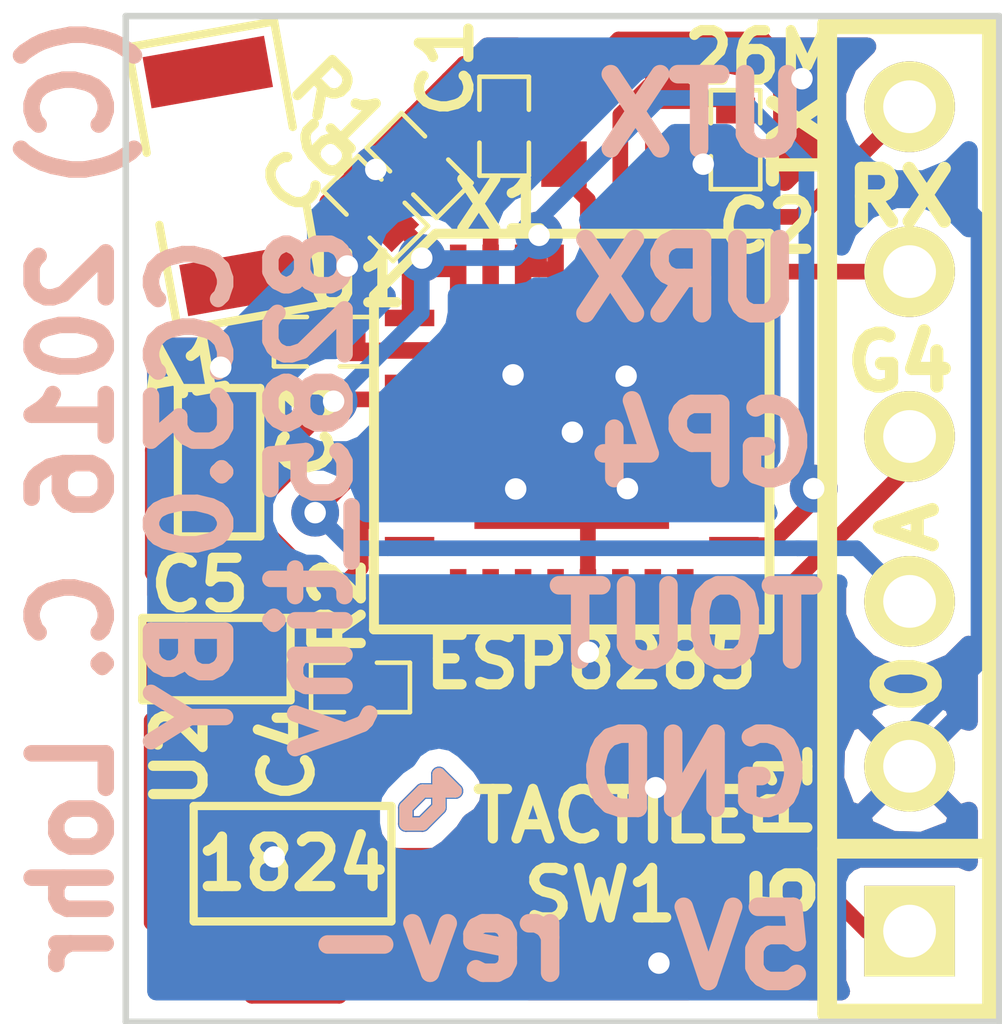
<source format=kicad_pcb>
(kicad_pcb (version 3) (host pcbnew "(2013-jul-07)-stable")

  (general
    (links 40)
    (no_connects 0)
    (area 39.518771 34.642631 59.717941 50.812701)
    (thickness 1.6)
    (drawings 34)
    (tracks 262)
    (zones 0)
    (modules 14)
    (nets 14)
  )

  (page User 139.7 139.7)
  (layers
    (15 F.Cu signal)
    (0 B.Cu signal)
    (16 B.Adhes user)
    (17 F.Adhes user)
    (18 B.Paste user)
    (19 F.Paste user)
    (20 B.SilkS user)
    (21 F.SilkS user)
    (22 B.Mask user)
    (23 F.Mask user)
    (24 Dwgs.User user)
    (25 Cmts.User user)
    (26 Eco1.User user)
    (27 Eco2.User user)
    (28 Edge.Cuts user)
  )

  (setup
    (last_trace_width 0.2413)
    (trace_clearance 0.2413)
    (zone_clearance 0.2794)
    (zone_45_only no)
    (trace_min 0.2413)
    (segment_width 0.2)
    (edge_width 0.1)
    (via_size 0.7366)
    (via_drill 0.3302)
    (via_min_size 0.7366)
    (via_min_drill 0.3302)
    (uvia_size 0.508)
    (uvia_drill 0.127)
    (uvias_allowed no)
    (uvia_min_size 0.508)
    (uvia_min_drill 0.127)
    (pcb_text_width 0.3)
    (pcb_text_size 1.27 1.27)
    (mod_edge_width 0.15)
    (mod_text_size 0.762 0.762)
    (mod_text_width 0.15748)
    (pad_size 0.8 1.9)
    (pad_drill 0)
    (pad_to_mask_clearance 0.0254)
    (solder_mask_min_width 0.0254)
    (pad_to_paste_clearance -0.0254)
    (aux_axis_origin 0 0)
    (visible_elements FFFFFFBF)
    (pcbplotparams
      (layerselection 284196865)
      (usegerberextensions true)
      (excludeedgelayer true)
      (linewidth 0.150000)
      (plotframeref false)
      (viasonmask false)
      (mode 1)
      (useauxorigin false)
      (hpglpennumber 1)
      (hpglpenspeed 20)
      (hpglpendiameter 15)
      (hpglpenoverlay 2)
      (psnegative false)
      (psa4output false)
      (plotreference true)
      (plotvalue true)
      (plotothertext true)
      (plotinvisibletext false)
      (padsonsilk false)
      (subtractmaskfromsilk false)
      (outputformat 1)
      (mirror false)
      (drillshape 0)
      (scaleselection 1)
      (outputdirectory esp8285_tiny))
  )

  (net 0 "")
  (net 1 +3.3V)
  (net 2 +5V)
  (net 3 GND)
  (net 4 N-0000016)
  (net 5 N-0000017)
  (net 6 N-0000024)
  (net 7 N-0000030)
  (net 8 N-000005)
  (net 9 N-000006)
  (net 10 N-000007)
  (net 11 TOUT)
  (net 12 URX)
  (net 13 UTX)

  (net_class Default "This is the default net class."
    (clearance 0.2413)
    (trace_width 0.2413)
    (via_dia 0.7366)
    (via_drill 0.3302)
    (uvia_dia 0.508)
    (uvia_drill 0.127)
    (add_net "")
    (add_net +3.3V)
    (add_net +5V)
    (add_net GND)
    (add_net N-0000016)
    (add_net N-0000017)
    (add_net N-0000024)
    (add_net N-0000030)
    (add_net N-000005)
    (add_net N-000006)
    (add_net N-000007)
    (add_net TOUT)
    (add_net URX)
    (add_net UTX)
  )

  (module SM1206 (layer F.Cu) (tedit 5782D432) (tstamp 577D5B09)
    (at 47.51578 37.4904 280)
    (path /577D5A08)
    (attr smd)
    (fp_text reference A1 (at 2.860377 1.125945 370) (layer F.SilkS)
      (effects (font (size 0.762 0.762) (thickness 0.15748)))
    )
    (fp_text value ANT (at 0 0 280) (layer F.SilkS) hide
      (effects (font (size 0.762 0.762) (thickness 0.15748)))
    )
    (fp_line (start -2.19 -1.143) (end -2.19 1.143) (layer F.SilkS) (width 0.127))
    (fp_line (start -2.19 1.143) (end -0.539 1.143) (layer F.SilkS) (width 0.127))
    (fp_line (start 0.589 -1.143) (end 2.24 -1.143) (layer F.SilkS) (width 0.127))
    (fp_line (start 2.24 -1.143) (end 2.24 1.143) (layer F.SilkS) (width 0.127))
    (fp_line (start 2.24 1.143) (end 0.589 1.143) (layer F.SilkS) (width 0.127))
    (fp_line (start -0.539 -1.143) (end -2.19 -1.143) (layer F.SilkS) (width 0.127))
    (pad 1 smd rect (at -1.6 0 280) (size 0.8 1.9)
      (layers F.Cu F.Paste F.Mask)
    )
    (pad 2 smd rect (at 1.651 0 280) (size 0.8 1.9)
      (layers F.Cu F.Paste F.Mask)
      (net 9 N-000006)
    )
    (model smd/chip_cms.wrl
      (at (xyz 0 0 0))
      (scale (xyz 0.17 0.16 0.16))
      (rotate (xyz 0 0 0))
    )
  )

  (module SOT23-5 (layer F.Cu) (tedit 5782D359) (tstamp 577D5AFD)
    (at 48.54448 48.11014)
    (path /577D57F6)
    (attr smd)
    (fp_text reference U2 (at -1.73228 -1.65354 90) (layer F.SilkS)
      (effects (font (size 0.762 0.762) (thickness 0.15748)))
    )
    (fp_text value 1824 (at 0 0) (layer F.SilkS)
      (effects (font (size 0.762 0.762) (thickness 0.15748)))
    )
    (fp_line (start 1.524 -0.889) (end 1.524 0.889) (layer F.SilkS) (width 0.127))
    (fp_line (start 1.524 0.889) (end -1.524 0.889) (layer F.SilkS) (width 0.127))
    (fp_line (start -1.524 0.889) (end -1.524 -0.889) (layer F.SilkS) (width 0.127))
    (fp_line (start -1.524 -0.889) (end 1.524 -0.889) (layer F.SilkS) (width 0.127))
    (pad 1 smd rect (at -0.9525 1.27) (size 0.508 0.762)
      (layers F.Cu F.Paste F.Mask)
      (net 2 +5V)
    )
    (pad 3 smd rect (at 0.9525 1.27) (size 0.508 0.762)
      (layers F.Cu F.Paste F.Mask)
      (net 2 +5V)
    )
    (pad 5 smd rect (at -0.9525 -1.27) (size 0.508 0.762)
      (layers F.Cu F.Paste F.Mask)
      (net 1 +3.3V)
    )
    (pad 2 smd rect (at 0 1.27) (size 0.508 0.762)
      (layers F.Cu F.Paste F.Mask)
      (net 3 GND)
    )
    (pad 4 smd rect (at 0.9525 -1.27) (size 0.508 0.762)
      (layers F.Cu F.Paste F.Mask)
    )
    (model smd/SOT23_5.wrl
      (at (xyz 0 0 0))
      (scale (xyz 0.1 0.1 0.1))
      (rotate (xyz 0 0 0))
    )
  )

  (module SM0603 (layer F.Cu) (tedit 5782D636) (tstamp 5782D853)
    (at 47.41164 41.92524 90)
    (path /577D584D)
    (attr smd)
    (fp_text reference C5 (at -1.88976 -0.29464 180) (layer F.SilkS)
      (effects (font (size 0.762 0.762) (thickness 0.15748)))
    )
    (fp_text value 10u (at 0 0 90) (layer F.SilkS) hide
      (effects (font (size 0.762 0.762) (thickness 0.15748)))
    )
    (fp_line (start -1.143 -0.635) (end 1.143 -0.635) (layer F.SilkS) (width 0.127))
    (fp_line (start 1.143 -0.635) (end 1.143 0.635) (layer F.SilkS) (width 0.127))
    (fp_line (start 1.143 0.635) (end -1.143 0.635) (layer F.SilkS) (width 0.127))
    (fp_line (start -1.143 0.635) (end -1.143 -0.635) (layer F.SilkS) (width 0.127))
    (pad 1 smd rect (at -0.762 0 90) (size 0.635 1.143)
      (layers F.Cu F.Paste F.Mask)
      (net 1 +3.3V)
    )
    (pad 2 smd rect (at 0.762 0 90) (size 0.635 1.143)
      (layers F.Cu F.Paste F.Mask)
      (net 3 GND)
    )
    (model smd\resistors\R0603.wrl
      (at (xyz 0 0 0.001))
      (scale (xyz 0.5 0.5 0.5))
      (rotate (xyz 0 0 0))
    )
  )

  (module SM0603 (layer F.Cu) (tedit 5782D45B) (tstamp 577D5B27)
    (at 47.371 44.958)
    (path /577D58A4)
    (attr smd)
    (fp_text reference C4 (at 1.0922 1.43002 90) (layer F.SilkS)
      (effects (font (size 0.762 0.762) (thickness 0.15748)))
    )
    (fp_text value 10u (at 0 0) (layer F.SilkS) hide
      (effects (font (size 0.762 0.762) (thickness 0.15748)))
    )
    (fp_line (start -1.143 -0.635) (end 1.143 -0.635) (layer F.SilkS) (width 0.127))
    (fp_line (start 1.143 -0.635) (end 1.143 0.635) (layer F.SilkS) (width 0.127))
    (fp_line (start 1.143 0.635) (end -1.143 0.635) (layer F.SilkS) (width 0.127))
    (fp_line (start -1.143 0.635) (end -1.143 -0.635) (layer F.SilkS) (width 0.127))
    (pad 1 smd rect (at -0.762 0) (size 0.635 1.143)
      (layers F.Cu F.Paste F.Mask)
      (net 2 +5V)
    )
    (pad 2 smd rect (at 0.762 0) (size 0.635 1.143)
      (layers F.Cu F.Paste F.Mask)
      (net 3 GND)
    )
    (model smd\resistors\R0603.wrl
      (at (xyz 0 0 0.001))
      (scale (xyz 0.5 0.5 0.5))
      (rotate (xyz 0 0 0))
    )
  )

  (module SM0402 (layer F.Cu) (tedit 5782D47A) (tstamp 577D5B3D)
    (at 55.372 36.957 90)
    (path /577D53DE)
    (attr smd)
    (fp_text reference C2 (at -1.33604 0.49022 180) (layer F.SilkS)
      (effects (font (size 0.762 0.762) (thickness 0.15748)))
    )
    (fp_text value 5.6p (at 0.09906 0 90) (layer F.SilkS) hide
      (effects (font (size 0.762 0.762) (thickness 0.15748)))
    )
    (fp_line (start -0.254 -0.381) (end -0.762 -0.381) (layer F.SilkS) (width 0.07112))
    (fp_line (start -0.762 -0.381) (end -0.762 0.381) (layer F.SilkS) (width 0.07112))
    (fp_line (start -0.762 0.381) (end -0.254 0.381) (layer F.SilkS) (width 0.07112))
    (fp_line (start 0.254 -0.381) (end 0.762 -0.381) (layer F.SilkS) (width 0.07112))
    (fp_line (start 0.762 -0.381) (end 0.762 0.381) (layer F.SilkS) (width 0.07112))
    (fp_line (start 0.762 0.381) (end 0.254 0.381) (layer F.SilkS) (width 0.07112))
    (pad 1 smd rect (at -0.44958 0 90) (size 0.39878 0.59944)
      (layers F.Cu F.Paste F.Mask)
      (net 3 GND)
    )
    (pad 2 smd rect (at 0.44958 0 90) (size 0.39878 0.59944)
      (layers F.Cu F.Paste F.Mask)
      (net 8 N-000005)
    )
    (model smd\chip_cms.wrl
      (at (xyz 0 0 0.002))
      (scale (xyz 0.05 0.05 0.05))
      (rotate (xyz 0 0 0))
    )
  )

  (module SM0402 (layer F.Cu) (tedit 5782D55D) (tstamp 577D5B49)
    (at 51.80584 36.74872 270)
    (path /577D5402)
    (attr smd)
    (fp_text reference C1 (at -0.90424 0.89662 270) (layer F.SilkS)
      (effects (font (size 0.762 0.762) (thickness 0.15748)))
    )
    (fp_text value 5.6p (at 0.09906 0 270) (layer F.SilkS) hide
      (effects (font (size 0.762 0.762) (thickness 0.15748)))
    )
    (fp_line (start -0.254 -0.381) (end -0.762 -0.381) (layer F.SilkS) (width 0.07112))
    (fp_line (start -0.762 -0.381) (end -0.762 0.381) (layer F.SilkS) (width 0.07112))
    (fp_line (start -0.762 0.381) (end -0.254 0.381) (layer F.SilkS) (width 0.07112))
    (fp_line (start 0.254 -0.381) (end 0.762 -0.381) (layer F.SilkS) (width 0.07112))
    (fp_line (start 0.762 -0.381) (end 0.762 0.381) (layer F.SilkS) (width 0.07112))
    (fp_line (start 0.762 0.381) (end 0.254 0.381) (layer F.SilkS) (width 0.07112))
    (pad 1 smd rect (at -0.44958 0 270) (size 0.39878 0.59944)
      (layers F.Cu F.Paste F.Mask)
      (net 3 GND)
    )
    (pad 2 smd rect (at 0.44958 0 270) (size 0.39878 0.59944)
      (layers F.Cu F.Paste F.Mask)
      (net 6 N-0000024)
    )
    (model smd\chip_cms.wrl
      (at (xyz 0 0 0.002))
      (scale (xyz 0.05 0.05 0.05))
      (rotate (xyz 0 0 0))
    )
  )

  (module SM0402 (layer F.Cu) (tedit 5782D936) (tstamp 577D5B55)
    (at 49.01946 40.0685)
    (path /577D5674)
    (attr smd)
    (fp_text reference C3 (at -0.25146 1.3335 90) (layer F.SilkS)
      (effects (font (size 0.762 0.762) (thickness 0.15748)))
    )
    (fp_text value 5.6p (at 0.09906 0) (layer F.SilkS) hide
      (effects (font (size 0.762 0.762) (thickness 0.15748)))
    )
    (fp_line (start -0.254 -0.381) (end -0.762 -0.381) (layer F.SilkS) (width 0.07112))
    (fp_line (start -0.762 -0.381) (end -0.762 0.381) (layer F.SilkS) (width 0.07112))
    (fp_line (start -0.762 0.381) (end -0.254 0.381) (layer F.SilkS) (width 0.07112))
    (fp_line (start 0.254 -0.381) (end 0.762 -0.381) (layer F.SilkS) (width 0.07112))
    (fp_line (start 0.762 -0.381) (end 0.762 0.381) (layer F.SilkS) (width 0.07112))
    (fp_line (start 0.762 0.381) (end 0.254 0.381) (layer F.SilkS) (width 0.07112))
    (pad 1 smd rect (at -0.44958 0) (size 0.39878 0.59944)
      (layers F.Cu F.Paste F.Mask)
      (net 9 N-000006)
    )
    (pad 2 smd rect (at 0.44958 0) (size 0.39878 0.59944)
      (layers F.Cu F.Paste F.Mask)
      (net 10 N-000007)
    )
    (model smd\chip_cms.wrl
      (at (xyz 0 0 0.002))
      (scale (xyz 0.05 0.05 0.05))
      (rotate (xyz 0 0 0))
    )
  )

  (module SM0402 (layer F.Cu) (tedit 5782D41E) (tstamp 577D5B61)
    (at 49.82464 38.01872 135)
    (path /577D58B2)
    (attr smd)
    (fp_text reference C6 (at 1.180006 -0.274796 225) (layer F.SilkS)
      (effects (font (size 0.762 0.762) (thickness 0.15748)))
    )
    (fp_text value .1u (at 0.09906 0 135) (layer F.SilkS) hide
      (effects (font (size 0.762 0.762) (thickness 0.15748)))
    )
    (fp_line (start -0.254 -0.381) (end -0.762 -0.381) (layer F.SilkS) (width 0.07112))
    (fp_line (start -0.762 -0.381) (end -0.762 0.381) (layer F.SilkS) (width 0.07112))
    (fp_line (start -0.762 0.381) (end -0.254 0.381) (layer F.SilkS) (width 0.07112))
    (fp_line (start 0.254 -0.381) (end 0.762 -0.381) (layer F.SilkS) (width 0.07112))
    (fp_line (start 0.762 -0.381) (end 0.762 0.381) (layer F.SilkS) (width 0.07112))
    (fp_line (start 0.762 0.381) (end 0.254 0.381) (layer F.SilkS) (width 0.07112))
    (pad 1 smd rect (at -0.44958 0 135) (size 0.39878 0.59944)
      (layers F.Cu F.Paste F.Mask)
      (net 1 +3.3V)
    )
    (pad 2 smd rect (at 0.44958 0 135) (size 0.39878 0.59944)
      (layers F.Cu F.Paste F.Mask)
      (net 3 GND)
    )
    (model smd\chip_cms.wrl
      (at (xyz 0 0 0.002))
      (scale (xyz 0.05 0.05 0.05))
      (rotate (xyz 0 0 0))
    )
  )

  (module QFN32 (layer F.Cu) (tedit 5782D93D) (tstamp 577D5B8C)
    (at 52.84724 41.4528)
    (descr "Support CMS Plcc 32 pins")
    (tags "CMS Plcc")
    (path /577D5362)
    (attr smd)
    (fp_text reference U1 (at -3.31724 -2.3368) (layer F.SilkS)
      (effects (font (size 0.762 0.762) (thickness 0.15748)))
    )
    (fp_text value ESP8285 (at 0.29718 3.54838) (layer F.SilkS)
      (effects (font (size 0.762 0.762) (thickness 0.15748)))
    )
    (fp_line (start -2.0955 -3.048) (end 2.0955 -3.048) (layer F.SilkS) (width 0.1524))
    (fp_line (start 2.0955 -3.048) (end 3.048 -3.048) (layer F.SilkS) (width 0.1524))
    (fp_line (start 3.048 -3.048) (end 3.048 3.048) (layer F.SilkS) (width 0.1524))
    (fp_line (start 3.048 3.048) (end -3.048 3.048) (layer F.SilkS) (width 0.1524))
    (fp_line (start -3.048 3.048) (end -3.048 -2.0955) (layer F.SilkS) (width 0.1524))
    (fp_line (start -3.048 -2.0955) (end -2.0955 -3.048) (layer F.SilkS) (width 0.1524))
    (pad 31 smd rect (at -1.24968 -2.49936) (size 0.254 0.762)
      (layers F.Cu F.Paste F.Mask)
      (net 7 N-0000030)
    )
    (pad 30 smd rect (at -0.7493 -2.49936) (size 0.254 0.762)
      (layers F.Cu F.Paste F.Mask)
      (net 1 +3.3V)
    )
    (pad 29 smd rect (at -0.24892 -2.49936) (size 0.254 0.762)
      (layers F.Cu F.Paste F.Mask)
      (net 1 +3.3V)
    )
    (pad 32 smd rect (at -1.75006 -2.49936) (size 0.254 0.762)
      (layers F.Cu F.Paste F.Mask)
      (net 1 +3.3V)
    )
    (pad 1 smd rect (at -2.49936 -1.75006 90) (size 0.254 0.762)
      (layers F.Cu F.Paste F.Mask)
      (net 1 +3.3V)
    )
    (pad 2 smd rect (at -2.49936 -1.24968 90) (size 0.254 0.762)
      (layers F.Cu F.Paste F.Mask)
      (net 10 N-000007)
    )
    (pad 3 smd rect (at -2.49936 -0.7493 90) (size 0.254 0.762)
      (layers F.Cu F.Paste F.Mask)
      (net 1 +3.3V)
    )
    (pad 4 smd rect (at -2.49936 -0.24892 90) (size 0.254 0.762)
      (layers F.Cu F.Paste F.Mask)
      (net 1 +3.3V)
    )
    (pad 5 smd rect (at -2.49936 0.24892 90) (size 0.254 0.762)
      (layers F.Cu F.Paste F.Mask)
    )
    (pad 6 smd rect (at -2.49936 0.7493 90) (size 0.254 0.762)
      (layers F.Cu F.Paste F.Mask)
      (net 11 TOUT)
    )
    (pad 7 smd rect (at -2.49936 1.24968 90) (size 0.254 0.762)
      (layers F.Cu F.Paste F.Mask)
      (net 1 +3.3V)
    )
    (pad 8 smd rect (at -2.49936 1.75006 90) (size 0.254 0.762)
      (layers F.Cu F.Paste F.Mask)
    )
    (pad 16 smd rect (at 1.75006 2.49936) (size 0.254 0.762)
      (layers F.Cu F.Paste F.Mask)
      (net 5 N-0000017)
    )
    (pad 9 smd rect (at -1.75006 2.49936) (size 0.254 0.762)
      (layers F.Cu F.Paste F.Mask)
    )
    (pad 10 smd rect (at -1.24968 2.49936) (size 0.254 0.762)
      (layers F.Cu F.Paste F.Mask)
    )
    (pad 11 smd rect (at -0.7493 2.49936) (size 0.254 0.762)
      (layers F.Cu F.Paste F.Mask)
      (net 1 +3.3V)
    )
    (pad 12 smd rect (at -0.24892 2.49936) (size 0.254 0.762)
      (layers F.Cu F.Paste F.Mask)
    )
    (pad 13 smd rect (at 0.24892 2.49936) (size 0.254 0.762)
      (layers F.Cu F.Paste F.Mask)
      (net 3 GND)
    )
    (pad 14 smd rect (at 0.7493 2.49936) (size 0.254 0.762)
      (layers F.Cu F.Paste F.Mask)
    )
    (pad 15 smd rect (at 1.24968 2.49936) (size 0.254 0.762)
      (layers F.Cu F.Paste F.Mask)
      (net 4 N-0000016)
    )
    (pad 17 smd rect (at 2.49936 1.75006 90) (size 0.254 0.762)
      (layers F.Cu F.Paste F.Mask)
      (net 1 +3.3V)
    )
    (pad 18 smd rect (at 2.49936 1.24968 90) (size 0.254 0.762)
      (layers F.Cu F.Paste F.Mask)
    )
    (pad 19 smd rect (at 2.49936 0.7493 90) (size 0.254 0.762)
      (layers F.Cu F.Paste F.Mask)
    )
    (pad 20 smd rect (at 2.49936 0.24892 90) (size 0.254 0.762)
      (layers F.Cu F.Paste F.Mask)
    )
    (pad 21 smd rect (at 2.49936 -0.24892 90) (size 0.254 0.762)
      (layers F.Cu F.Paste F.Mask)
    )
    (pad 22 smd rect (at 2.49936 -0.7493 90) (size 0.254 0.762)
      (layers F.Cu F.Paste F.Mask)
    )
    (pad 23 smd rect (at 2.49936 -1.24968 90) (size 0.254 0.762)
      (layers F.Cu F.Paste F.Mask)
    )
    (pad 24 smd rect (at 2.49936 -1.75006 90) (size 0.254 0.762)
      (layers F.Cu F.Paste F.Mask)
    )
    (pad 25 smd rect (at 1.75006 -2.49936) (size 0.254 0.762)
      (layers F.Cu F.Paste F.Mask)
      (net 12 URX)
    )
    (pad 26 smd rect (at 1.24968 -2.49936) (size 0.254 0.762)
      (layers F.Cu F.Paste F.Mask)
      (net 13 UTX)
    )
    (pad 27 smd rect (at 0.7493 -2.49936) (size 0.254 0.762)
      (layers F.Cu F.Paste F.Mask)
      (net 8 N-000005)
    )
    (pad 28 smd rect (at 0.24892 -2.49936) (size 0.254 0.762)
      (layers F.Cu F.Paste F.Mask)
      (net 6 N-0000024)
    )
    (pad 33 smd rect (at 0 0) (size 2.99974 2.99974)
      (layers F.Cu F.Paste F.Mask)
      (net 3 GND)
    )
  )

  (module XTAL4TINY (layer F.Cu) (tedit 5782D5EC) (tstamp 577D5BF7)
    (at 53.52796 36.73348)
    (path /577D538C)
    (fp_text reference X1 (at -1.75006 1.2446) (layer F.SilkS)
      (effects (font (size 0.762 0.762) (thickness 0.15748)))
    )
    (fp_text value 26M (at 2.22504 -1.04648) (layer F.SilkS)
      (effects (font (size 0.762 0.762) (thickness 0.15748)))
    )
    (pad 1 smd rect (at -0.8 0.6) (size 0.7 0.7)
      (layers F.Cu F.Paste F.Mask)
      (net 6 N-0000024)
    )
    (pad 2 smd rect (at 0.8 -0.6) (size 0.7 0.7)
      (layers F.Cu F.Paste F.Mask)
      (net 8 N-000005)
    )
    (pad 3 smd rect (at -0.8 -0.6) (size 0.7 0.7)
      (layers F.Cu F.Paste F.Mask)
      (net 3 GND)
    )
    (pad 4 smd rect (at 0.8 0.6) (size 0.7 0.7)
      (layers F.Cu F.Paste F.Mask)
      (net 3 GND)
    )
  )

  (module SM0402 (layer F.Cu) (tedit 5782D420) (tstamp 577D5B13)
    (at 50.4952 37.35324 315)
    (path /577D54F1)
    (attr smd)
    (fp_text reference R1 (at -1.530236 0.215526 315) (layer F.SilkS)
      (effects (font (size 0.762 0.762) (thickness 0.15748)))
    )
    (fp_text value 12k (at 0.09906 0 315) (layer F.SilkS) hide
      (effects (font (size 0.762 0.762) (thickness 0.15748)))
    )
    (fp_line (start -0.254 -0.381) (end -0.762 -0.381) (layer F.SilkS) (width 0.07112))
    (fp_line (start -0.762 -0.381) (end -0.762 0.381) (layer F.SilkS) (width 0.07112))
    (fp_line (start -0.762 0.381) (end -0.254 0.381) (layer F.SilkS) (width 0.07112))
    (fp_line (start 0.254 -0.381) (end 0.762 -0.381) (layer F.SilkS) (width 0.07112))
    (fp_line (start 0.762 -0.381) (end 0.762 0.381) (layer F.SilkS) (width 0.07112))
    (fp_line (start 0.762 0.381) (end 0.254 0.381) (layer F.SilkS) (width 0.07112))
    (pad 1 smd rect (at -0.44958 0 315) (size 0.39878 0.59944)
      (layers F.Cu F.Paste F.Mask)
      (net 3 GND)
    )
    (pad 2 smd rect (at 0.44958 0 315) (size 0.39878 0.59944)
      (layers F.Cu F.Paste F.Mask)
      (net 7 N-0000030)
    )
    (model smd\chip_cms.wrl
      (at (xyz 0 0 0.002))
      (scale (xyz 0.05 0.05 0.05))
      (rotate (xyz 0 0 0))
    )
  )

  (module TACTILE (layer F.Cu) (tedit 5782D452) (tstamp 5782CB89)
    (at 53.37556 47.7393)
    (path /5782CD02)
    (fp_text reference SW1 (at -0.0889 0.85344) (layer F.SilkS)
      (effects (font (size 0.762 0.762) (thickness 0.15748)))
    )
    (fp_text value TACTILE (at 0.0889 -0.36322) (layer F.SilkS)
      (effects (font (size 0.762 0.762) (thickness 0.15748)))
    )
    (pad 1 smd rect (at -2.1 -1.9) (size 1 0.9)
      (layers F.Cu F.Paste F.Mask)
      (net 4 N-0000016)
    )
    (pad 2 smd rect (at 2.2 -1.9) (size 1 0.9)
      (layers F.Cu F.Paste F.Mask)
    )
    (pad 3 smd rect (at -2.1 1.8) (size 1 0.9)
      (layers F.Cu F.Paste F.Mask)
    )
    (pad 4 smd rect (at 2.2 1.8) (size 1 0.9)
      (layers F.Cu F.Paste F.Mask)
      (net 3 GND)
    )
  )

  (module SM0402 (layer F.Cu) (tedit 5782D458) (tstamp 5782CB95)
    (at 49.59096 45.39488 180)
    (path /5782CDA1)
    (attr smd)
    (fp_text reference R2 (at 0.34036 1.24714 270) (layer F.SilkS)
      (effects (font (size 0.762 0.762) (thickness 0.15748)))
    )
    (fp_text value 12k (at 0.09906 0 180) (layer F.SilkS) hide
      (effects (font (size 0.762 0.762) (thickness 0.15748)))
    )
    (fp_line (start -0.254 -0.381) (end -0.762 -0.381) (layer F.SilkS) (width 0.07112))
    (fp_line (start -0.762 -0.381) (end -0.762 0.381) (layer F.SilkS) (width 0.07112))
    (fp_line (start -0.762 0.381) (end -0.254 0.381) (layer F.SilkS) (width 0.07112))
    (fp_line (start 0.254 -0.381) (end 0.762 -0.381) (layer F.SilkS) (width 0.07112))
    (fp_line (start 0.762 -0.381) (end 0.762 0.381) (layer F.SilkS) (width 0.07112))
    (fp_line (start 0.762 0.381) (end 0.254 0.381) (layer F.SilkS) (width 0.07112))
    (pad 1 smd rect (at -0.44958 0 180) (size 0.39878 0.59944)
      (layers F.Cu F.Paste F.Mask)
      (net 4 N-0000016)
    )
    (pad 2 smd rect (at 0.44958 0 180) (size 0.39878 0.59944)
      (layers F.Cu F.Paste F.Mask)
      (net 1 +3.3V)
    )
    (model smd\chip_cms.wrl
      (at (xyz 0 0 0.002))
      (scale (xyz 0.05 0.05 0.05))
      (rotate (xyz 0 0 0))
    )
  )

  (module SIL-6 (layer F.Cu) (tedit 5782DA11) (tstamp 5782CBA6)
    (at 58.05424 42.799 90)
    (descr "Connecteur 6 pins")
    (tags "CONN DEV")
    (path /5782CEF0)
    (fp_text reference P1 (at -4.191 -1.92024 90) (layer F.SilkS)
      (effects (font (size 0.762 0.762) (thickness 0.15748)))
    )
    (fp_text value CONN_6 (at 0 -2.54 90) (layer F.SilkS) hide
      (effects (font (size 0.762 0.762) (thickness 0.15748)))
    )
    (fp_line (start -7.62 1.27) (end -7.62 -1.27) (layer F.SilkS) (width 0.3048))
    (fp_line (start -7.62 -1.27) (end 7.62 -1.27) (layer F.SilkS) (width 0.3048))
    (fp_line (start 7.62 -1.27) (end 7.62 1.27) (layer F.SilkS) (width 0.3048))
    (fp_line (start 7.62 1.27) (end -7.62 1.27) (layer F.SilkS) (width 0.3048))
    (fp_line (start -5.08 1.27) (end -5.08 -1.27) (layer F.SilkS) (width 0.3048))
    (pad 1 thru_hole rect (at -6.35 0 90) (size 1.397 1.397) (drill 0.8128)
      (layers *.Cu *.Mask F.SilkS)
      (net 2 +5V)
    )
    (pad 2 thru_hole circle (at -3.81 0 90) (size 1.397 1.397) (drill 0.8128)
      (layers *.Cu *.Mask F.SilkS)
      (net 3 GND)
    )
    (pad 3 thru_hole circle (at -1.27 0 90) (size 1.397 1.397) (drill 0.8128)
      (layers *.Cu *.Mask F.SilkS)
      (net 11 TOUT)
    )
    (pad 4 thru_hole circle (at 1.27 0 90) (size 1.397 1.397) (drill 0.8128)
      (layers *.Cu *.Mask F.SilkS)
      (net 5 N-0000017)
    )
    (pad 5 thru_hole circle (at 3.81 0 90) (size 1.397 1.397) (drill 0.8128)
      (layers *.Cu *.Mask F.SilkS)
      (net 12 URX)
    )
    (pad 6 thru_hole circle (at 6.35 0 90) (size 1.397 1.397) (drill 0.8128)
      (layers *.Cu *.Mask F.SilkS)
      (net 13 UTX)
    )
  )

  (gr_text rev- (at 50.8 49.276) (layer B.SilkS)
    (effects (font (size 1.143 1.143) (thickness 0.28575)) (justify mirror))
  )
  (gr_line (start 50.546 46.99) (end 51.054 46.99) (angle 90) (layer F.SilkS) (width 0.2))
  (gr_line (start 50.292 47.244) (end 50.546 46.99) (angle 90) (layer F.SilkS) (width 0.2))
  (gr_line (start 50.292 47.498) (end 50.292 47.244) (angle 90) (layer F.SilkS) (width 0.2))
  (gr_line (start 50.546 47.498) (end 50.292 47.498) (angle 90) (layer F.SilkS) (width 0.2))
  (gr_line (start 50.8 47.244) (end 50.546 47.498) (angle 90) (layer F.SilkS) (width 0.2))
  (gr_line (start 50.8 46.736) (end 50.8 47.244) (angle 90) (layer F.SilkS) (width 0.2))
  (gr_line (start 51.054 46.99) (end 50.8 46.736) (angle 90) (layer F.SilkS) (width 0.2))
  (gr_line (start 50.546 47.498) (end 50.292 47.498) (angle 90) (layer B.SilkS) (width 0.2))
  (gr_line (start 50.8 47.244) (end 50.546 47.498) (angle 90) (layer B.SilkS) (width 0.2))
  (gr_line (start 50.8 46.99) (end 50.8 47.244) (angle 90) (layer B.SilkS) (width 0.2))
  (gr_line (start 51.054 46.99) (end 50.8 46.99) (angle 90) (layer B.SilkS) (width 0.2))
  (gr_line (start 50.8 46.736) (end 51.054 46.99) (angle 90) (layer B.SilkS) (width 0.2))
  (gr_line (start 50.8 46.99) (end 50.8 46.736) (angle 90) (layer B.SilkS) (width 0.2))
  (gr_line (start 50.546 46.99) (end 50.8 46.99) (angle 90) (layer B.SilkS) (width 0.2))
  (gr_line (start 50.292 47.244) (end 50.546 46.99) (angle 90) (layer B.SilkS) (width 0.2))
  (gr_line (start 50.292 47.498) (end 50.292 47.244) (angle 90) (layer B.SilkS) (width 0.2))
  (gr_text "(C) 2016 C. Lohr\nCC3.0 BY\n8285_tiny" (at 46.99 42.418 90) (layer B.SilkS)
    (effects (font (size 1.143 1.1176) (thickness 0.254)) (justify mirror))
  )
  (gr_text UTX (at 54.864 36.576) (layer B.SilkS)
    (effects (font (size 1.143 1.143) (thickness 0.28575)) (justify mirror))
  )
  (gr_text URX (at 54.61 39.116) (layer B.SilkS)
    (effects (font (size 1.143 1.143) (thickness 0.28575)) (justify mirror))
  )
  (gr_text GP4 (at 54.864 41.656) (layer B.SilkS)
    (effects (font (size 1.143 1.143) (thickness 0.28575)) (justify mirror))
  )
  (gr_text TOUT (at 54.61 44.45) (layer B.SilkS)
    (effects (font (size 1.143 1.143) (thickness 0.28575)) (justify mirror))
  )
  (gr_text GND (at 54.737 46.736) (layer B.SilkS)
    (effects (font (size 1.143 1.143) (thickness 0.28575)) (justify mirror))
  )
  (gr_text 5V (at 55.499 49.403) (layer B.SilkS)
    (effects (font (size 1.143 1.143) (thickness 0.28575)) (justify mirror))
  )
  (gr_text TX (at 56.388 36.957 90) (layer F.SilkS)
    (effects (font (size 0.8128 0.8128) (thickness 0.2032)))
  )
  (gr_text RX (at 57.912 37.846) (layer F.SilkS)
    (effects (font (size 0.8128 0.8128) (thickness 0.2032)))
  )
  (gr_text G4 (at 57.912 40.386) (layer F.SilkS)
    (effects (font (size 0.8128 0.8128) (thickness 0.2032)))
  )
  (gr_text A (at 58.039 42.926 90) (layer F.SilkS)
    (effects (font (size 0.8128 0.8128) (thickness 0.2032)))
  )
  (gr_text 5 (at 56.134 48.514 90) (layer F.SilkS)
    (effects (font (size 0.8128 0.8128) (thickness 0.2032)))
  )
  (gr_text 0 (at 58.039 45.339 90) (layer F.SilkS)
    (effects (font (size 0.889 0.889) (thickness 0.22225)))
  )
  (gr_line (start 59.436 50.546) (end 59.436 35.052) (angle 90) (layer Edge.Cuts) (width 0.1))
  (gr_line (start 45.974 50.546) (end 59.436 50.546) (angle 90) (layer Edge.Cuts) (width 0.1))
  (gr_line (start 45.974 35.052) (end 45.974 50.546) (angle 90) (layer Edge.Cuts) (width 0.1))
  (gr_line (start 59.436 35.052) (end 45.974 35.052) (angle 90) (layer Edge.Cuts) (width 0.1))

  (segment (start 51.054 46.99) (end 50.8 46.736) (width 0.2413) (layer F.Cu) (net 0))
  (segment (start 50.8 46.736) (end 50.8 47.244) (width 0.2413) (layer F.Cu) (net 0) (tstamp 5782D874))
  (segment (start 50.8 47.244) (end 50.546 47.498) (width 0.2413) (layer F.Cu) (net 0) (tstamp 5782D875))
  (segment (start 50.546 47.498) (end 50.292 47.498) (width 0.2413) (layer F.Cu) (net 0) (tstamp 5782D876))
  (segment (start 50.292 47.498) (end 50.292 47.244) (width 0.2413) (layer F.Cu) (net 0) (tstamp 5782D877))
  (segment (start 50.292 47.244) (end 50.546 46.99) (width 0.2413) (layer F.Cu) (net 0) (tstamp 5782D878))
  (segment (start 50.546 46.99) (end 51.054 46.99) (width 0.2413) (layer F.Cu) (net 0) (tstamp 5782D879))
  (segment (start 51.054 46.99) (end 50.8 46.736) (width 0.2413) (layer B.Cu) (net 0))
  (segment (start 50.8 46.736) (end 50.8 47.244) (width 0.2413) (layer B.Cu) (net 0) (tstamp 5782D86C))
  (segment (start 50.8 47.244) (end 50.546 47.498) (width 0.2413) (layer B.Cu) (net 0) (tstamp 5782D86D))
  (segment (start 50.546 47.498) (end 50.292 47.498) (width 0.2413) (layer B.Cu) (net 0) (tstamp 5782D86E))
  (segment (start 50.292 47.498) (end 50.292 47.244) (width 0.2413) (layer B.Cu) (net 0) (tstamp 5782D86F))
  (segment (start 50.292 47.244) (end 50.546 46.99) (width 0.2413) (layer B.Cu) (net 0) (tstamp 5782D870))
  (segment (start 50.546 46.99) (end 51.054 46.99) (width 0.2413) (layer B.Cu) (net 0) (tstamp 5782D871))
  (segment (start 47.59198 46.84014) (end 47.93996 46.84014) (width 0.2413) (layer F.Cu) (net 1))
  (segment (start 47.93996 46.84014) (end 49.14138 45.63872) (width 0.2413) (layer F.Cu) (net 1) (tstamp 5782CFD0))
  (segment (start 49.14138 45.63872) (end 49.14138 45.39488) (width 0.2413) (layer F.Cu) (net 1) (tstamp 5782CFD1))
  (segment (start 50.00371 40.15867) (end 50.53584 39.62654) (width 0.2413) (layer B.Cu) (net 1))
  (segment (start 50.53584 39.62654) (end 50.53584 38.78072) (width 0.2413) (layer B.Cu) (net 1) (tstamp 5782CEBC))
  (segment (start 49.17694 40.98544) (end 50.00371 40.15867) (width 0.2413) (layer B.Cu) (net 1))
  (segment (start 50.00371 40.15867) (end 50.01514 40.14724) (width 0.2413) (layer B.Cu) (net 1) (tstamp 5782CEBA))
  (segment (start 49.17694 40.98544) (end 49.20488 40.9575) (width 0.2413) (layer F.Cu) (net 1))
  (segment (start 49.20488 40.9575) (end 50.34788 40.9575) (width 0.2413) (layer F.Cu) (net 1) (tstamp 5782CEAA))
  (segment (start 50.34788 42.70248) (end 49.79924 42.70248) (width 0.2413) (layer F.Cu) (net 1))
  (segment (start 49.79924 42.70248) (end 49.59604 42.90568) (width 0.2413) (layer F.Cu) (net 1) (tstamp 5782CE97))
  (segment (start 49.59604 42.90568) (end 49.59604 43.55084) (width 0.2413) (layer F.Cu) (net 1) (tstamp 5782CE98))
  (segment (start 49.59604 43.55084) (end 49.14138 44.0055) (width 0.2413) (layer F.Cu) (net 1) (tstamp 5782CE9B))
  (segment (start 52.09794 43.95216) (end 52.09794 44.62018) (width 0.2413) (layer F.Cu) (net 1))
  (segment (start 52.09794 44.62018) (end 51.9684 44.74972) (width 0.2413) (layer F.Cu) (net 1) (tstamp 5782CE86))
  (segment (start 51.9684 44.74972) (end 50.48504 44.74972) (width 0.2413) (layer F.Cu) (net 1) (tstamp 5782CE89))
  (segment (start 50.48504 44.74972) (end 50.11928 44.38396) (width 0.2413) (layer F.Cu) (net 1) (tstamp 5782CE8B))
  (segment (start 50.11928 44.38396) (end 49.14138 44.38396) (width 0.2413) (layer F.Cu) (net 1) (tstamp 5782CE8C))
  (segment (start 55.3466 43.20286) (end 55.8927 43.20286) (width 0.2413) (layer F.Cu) (net 1))
  (segment (start 55.8927 43.20286) (end 56.57596 42.5196) (width 0.2413) (layer F.Cu) (net 1) (tstamp 5782CE6D))
  (segment (start 56.57596 42.5196) (end 56.57596 42.33164) (width 0.2413) (layer F.Cu) (net 1) (tstamp 5782CE72))
  (via (at 56.57596 42.33164) (size 0.7366) (layers F.Cu B.Cu) (net 1))
  (segment (start 56.57596 42.33164) (end 56.4642 42.21988) (width 0.2413) (layer B.Cu) (net 1) (tstamp 5782CE74))
  (segment (start 56.4642 42.21988) (end 56.4642 37.32022) (width 0.2413) (layer B.Cu) (net 1) (tstamp 5782CE75))
  (segment (start 56.4642 37.32022) (end 55.45836 36.31438) (width 0.2413) (layer B.Cu) (net 1) (tstamp 5782CE7C))
  (segment (start 55.45836 36.31438) (end 54.21376 36.31438) (width 0.2413) (layer B.Cu) (net 1) (tstamp 5782CE7E))
  (segment (start 54.21376 36.31438) (end 52.34432 38.18382) (width 0.2413) (layer B.Cu) (net 1) (tstamp 5782CE7F))
  (segment (start 52.34432 38.18382) (end 52.34432 38.4302) (width 0.2413) (layer B.Cu) (net 1) (tstamp 5782CE80))
  (segment (start 49.17694 40.98544) (end 48.50892 41.65346) (width 0.2413) (layer F.Cu) (net 1))
  (segment (start 48.50892 41.65346) (end 48.50892 42.05224) (width 0.2413) (layer F.Cu) (net 1) (tstamp 5782CDD3))
  (segment (start 48.50892 42.05224) (end 47.55896 43.0022) (width 0.2413) (layer F.Cu) (net 1) (tstamp 5782CDD6))
  (segment (start 49.14138 45.39488) (end 49.14138 44.38396) (width 0.2413) (layer F.Cu) (net 1))
  (segment (start 49.14138 44.38396) (end 49.14138 44.0055) (width 0.2413) (layer F.Cu) (net 1) (tstamp 5782CE8F))
  (segment (start 49.14138 44.0055) (end 49.14138 44.00042) (width 0.2413) (layer F.Cu) (net 1) (tstamp 5782CE9E))
  (segment (start 49.14138 44.00042) (end 48.14316 43.0022) (width 0.2413) (layer F.Cu) (net 1) (tstamp 5782CD70))
  (segment (start 48.14316 43.0022) (end 47.55896 43.0022) (width 0.2413) (layer F.Cu) (net 1) (tstamp 5782C97E))
  (segment (start 49.2887 40.98544) (end 49.17694 40.98544) (width 0.2413) (layer B.Cu) (net 1) (tstamp 5782C961))
  (via (at 49.17694 40.98544) (size 0.7366) (layers F.Cu B.Cu) (net 1))
  (segment (start 50.34788 40.7035) (end 50.34788 40.9575) (width 0.2413) (layer F.Cu) (net 1))
  (segment (start 50.34788 40.9575) (end 50.34788 41.20388) (width 0.2413) (layer F.Cu) (net 1) (tstamp 5782CEB0))
  (segment (start 50.53584 38.78072) (end 50.53584 38.61816) (width 0.2413) (layer F.Cu) (net 1))
  (segment (start 50.53584 38.61816) (end 50.091741 38.174061) (width 0.2413) (layer F.Cu) (net 1) (tstamp 5782C6ED))
  (segment (start 50.34788 39.70274) (end 50.34788 38.96868) (width 0.2413) (layer F.Cu) (net 1))
  (segment (start 50.34788 38.96868) (end 50.53584 38.78072) (width 0.2413) (layer F.Cu) (net 1) (tstamp 5782C6EA))
  (segment (start 52.34432 38.95344) (end 52.34432 38.4302) (width 0.2413) (layer F.Cu) (net 1))
  (segment (start 50.70856 38.95344) (end 51.09718 38.95344) (width 0.2413) (layer F.Cu) (net 1) (tstamp 5782C6E7))
  (segment (start 50.53584 38.78072) (end 50.70856 38.95344) (width 0.2413) (layer F.Cu) (net 1) (tstamp 5782C6E6))
  (via (at 50.53584 38.78072) (size 0.7366) (layers F.Cu B.Cu) (net 1))
  (segment (start 51.9938 38.78072) (end 50.53584 38.78072) (width 0.2413) (layer B.Cu) (net 1) (tstamp 5782C6E4))
  (segment (start 52.34432 38.4302) (end 51.9938 38.78072) (width 0.2413) (layer B.Cu) (net 1) (tstamp 5782C6E3))
  (via (at 52.34432 38.4302) (size 0.7366) (layers F.Cu B.Cu) (net 1))
  (segment (start 52.59832 38.95344) (end 52.34432 38.95344) (width 0.2413) (layer F.Cu) (net 1))
  (segment (start 52.34432 38.95344) (end 52.09794 38.95344) (width 0.2413) (layer F.Cu) (net 1) (tstamp 5782C6DF))
  (segment (start 58.05424 49.149) (end 57.39892 49.149) (width 0.2413) (layer F.Cu) (net 2))
  (segment (start 57.39892 49.149) (end 56.90362 48.6537) (width 0.2413) (layer F.Cu) (net 2) (tstamp 5782D4BA))
  (segment (start 56.90362 48.6537) (end 50.22342 48.6537) (width 0.2413) (layer F.Cu) (net 2) (tstamp 5782D4BB))
  (segment (start 50.22342 48.6537) (end 49.49698 49.38014) (width 0.2413) (layer F.Cu) (net 2) (tstamp 5782D4BC))
  (segment (start 47.59198 49.38014) (end 47.59198 49.81956) (width 0.2413) (layer F.Cu) (net 2))
  (segment (start 47.59198 49.81956) (end 47.9171 50.14468) (width 0.2413) (layer F.Cu) (net 2) (tstamp 5782CFDC))
  (segment (start 47.9171 50.14468) (end 49.2633 50.14468) (width 0.2413) (layer F.Cu) (net 2) (tstamp 5782CFDD))
  (segment (start 49.2633 50.14468) (end 49.49698 49.911) (width 0.2413) (layer F.Cu) (net 2) (tstamp 5782CFDE))
  (segment (start 49.49698 49.911) (end 49.49698 49.38014) (width 0.2413) (layer F.Cu) (net 2) (tstamp 5782CFDF))
  (segment (start 46.64964 44.92244) (end 46.64964 45.62602) (width 0.2413) (layer F.Cu) (net 2))
  (segment (start 46.64964 45.62602) (end 46.37278 45.90288) (width 0.2413) (layer F.Cu) (net 2) (tstamp 5782CFCA))
  (segment (start 46.37278 45.90288) (end 46.37278 49.01438) (width 0.2413) (layer F.Cu) (net 2) (tstamp 5782CFCB))
  (segment (start 46.37278 49.01438) (end 46.73854 49.38014) (width 0.2413) (layer F.Cu) (net 2) (tstamp 5782CFCC))
  (segment (start 46.73854 49.38014) (end 47.59198 49.38014) (width 0.2413) (layer F.Cu) (net 2) (tstamp 5782CFCD))
  (segment (start 57.66394 49.5393) (end 58.05424 49.149) (width 0.2413) (layer F.Cu) (net 2) (tstamp 5782CFE2))
  (segment (start 57.56488 49.29292) (end 58.0644 48.7934) (width 0.2413) (layer F.Cu) (net 2) (tstamp 5782CCC6))
  (segment (start 54.1401 48.006) (end 53.6321 48.514) (width 0.2413) (layer B.Cu) (net 3))
  (segment (start 53.6321 48.514) (end 48.768 48.514) (width 0.2413) (layer B.Cu) (net 3) (tstamp 5782D999))
  (segment (start 48.768 48.514) (end 48.26 48.006) (width 0.2413) (layer B.Cu) (net 3) (tstamp 5782D99A))
  (via (at 48.26 48.006) (size 0.7366) (layers F.Cu B.Cu) (net 3))
  (segment (start 48.26 48.006) (end 48.26 48.26) (width 0.2413) (layer F.Cu) (net 3) (tstamp 5782D99D))
  (segment (start 48.26 48.26) (end 48.20285 48.31715) (width 0.2413) (layer F.Cu) (net 3) (tstamp 5782D99E))
  (segment (start 51.80584 36.29914) (end 51.73218 36.22548) (width 0.2413) (layer F.Cu) (net 3))
  (segment (start 51.73218 36.22548) (end 51.73218 35.7886) (width 0.2413) (layer F.Cu) (net 3) (tstamp 5782D7D1))
  (segment (start 50.402089 36.571789) (end 50.177299 36.796579) (width 0.2413) (layer F.Cu) (net 3))
  (segment (start 50.177299 36.796579) (end 50.177299 37.035339) (width 0.2413) (layer F.Cu) (net 3) (tstamp 5782D7CA))
  (segment (start 58.05424 46.609) (end 58.05424 46.08576) (width 0.2413) (layer B.Cu) (net 3))
  (segment (start 58.05424 46.08576) (end 59.11596 45.02404) (width 0.2413) (layer B.Cu) (net 3) (tstamp 5782D4CE))
  (segment (start 59.11596 45.02404) (end 59.11596 38.19144) (width 0.2413) (layer B.Cu) (net 3) (tstamp 5782D4CF))
  (segment (start 59.11596 38.19144) (end 58.73496 37.81044) (width 0.2413) (layer B.Cu) (net 3) (tstamp 5782D4D3))
  (segment (start 58.73496 37.81044) (end 57.67578 37.81044) (width 0.2413) (layer B.Cu) (net 3) (tstamp 5782D4D4))
  (segment (start 57.67578 37.81044) (end 56.9214 37.05606) (width 0.2413) (layer B.Cu) (net 3) (tstamp 5782D4D5))
  (segment (start 56.9214 37.05606) (end 56.9214 36.54298) (width 0.2413) (layer B.Cu) (net 3) (tstamp 5782D4D6))
  (segment (start 56.9214 36.54298) (end 56.39562 36.0172) (width 0.2413) (layer B.Cu) (net 3) (tstamp 5782D4D7))
  (segment (start 55.57556 49.5393) (end 54.29336 49.5393) (width 0.2413) (layer F.Cu) (net 3))
  (segment (start 54.29336 49.5393) (end 54.1909 49.64176) (width 0.2413) (layer F.Cu) (net 3) (tstamp 5782D4C7))
  (via (at 54.1909 49.64176) (size 0.7366) (layers F.Cu B.Cu) (net 3))
  (segment (start 54.1909 49.64176) (end 54.1401 49.59096) (width 0.2413) (layer B.Cu) (net 3) (tstamp 5782D4C9))
  (segment (start 54.1401 49.59096) (end 54.1401 48.006) (width 0.2413) (layer B.Cu) (net 3) (tstamp 5782D4CA))
  (segment (start 54.1401 48.006) (end 54.1401 46.9392) (width 0.2413) (layer B.Cu) (net 3) (tstamp 5782D997))
  (segment (start 53.76672 47.98822) (end 56.67502 47.98822) (width 0.2413) (layer F.Cu) (net 3))
  (segment (start 56.67502 47.98822) (end 58.05424 46.609) (width 0.2413) (layer F.Cu) (net 3) (tstamp 5782D4C3))
  (segment (start 52.72796 36.13348) (end 52.8478 36.13348) (width 0.2413) (layer F.Cu) (net 3))
  (segment (start 52.8478 36.13348) (end 53.5686 35.41268) (width 0.2413) (layer F.Cu) (net 3) (tstamp 5782D31D))
  (segment (start 53.5686 35.41268) (end 55.7911 35.41268) (width 0.2413) (layer F.Cu) (net 3) (tstamp 5782D31E))
  (segment (start 55.7911 35.41268) (end 56.39562 36.0172) (width 0.2413) (layer F.Cu) (net 3) (tstamp 5782D31F))
  (via (at 56.39562 36.0172) (size 0.7366) (layers F.Cu B.Cu) (net 3))
  (segment (start 56.39562 36.0172) (end 56.38546 36.02736) (width 0.2413) (layer B.Cu) (net 3) (tstamp 5782D321))
  (segment (start 56.38546 36.02736) (end 56.38546 36.17722) (width 0.2413) (layer B.Cu) (net 3) (tstamp 5782D322))
  (segment (start 49.16424 38.8874) (end 49.37252 38.8874) (width 0.2413) (layer B.Cu) (net 3))
  (segment (start 49.37252 38.8874) (end 49.38776 38.90264) (width 0.2413) (layer B.Cu) (net 3) (tstamp 5782D312))
  (via (at 49.38776 38.90264) (size 0.7366) (layers F.Cu B.Cu) (net 3))
  (segment (start 49.38776 38.90264) (end 49.08042 38.5953) (width 0.2413) (layer F.Cu) (net 3) (tstamp 5782D314))
  (segment (start 49.08042 38.5953) (end 49.08042 37.913778) (width 0.2413) (layer F.Cu) (net 3) (tstamp 5782D315))
  (segment (start 49.08042 37.913778) (end 49.455939 37.538259) (width 0.2413) (layer F.Cu) (net 3) (tstamp 5782D316))
  (segment (start 53.09616 43.95216) (end 53.09616 44.8437) (width 0.2413) (layer F.Cu) (net 3))
  (segment (start 53.09616 44.8437) (end 53.10378 44.85132) (width 0.2413) (layer F.Cu) (net 3) (tstamp 5782D2AF))
  (via (at 53.10378 44.85132) (size 0.7366) (layers F.Cu B.Cu) (net 3))
  (segment (start 53.10378 44.85132) (end 54.4957 46.24324) (width 0.2413) (layer B.Cu) (net 3) (tstamp 5782D2B5))
  (segment (start 54.4957 46.24324) (end 54.4957 46.5836) (width 0.2413) (layer B.Cu) (net 3) (tstamp 5782D2B6))
  (segment (start 54.4957 46.5836) (end 54.1401 46.9392) (width 0.2413) (layer B.Cu) (net 3) (tstamp 5782D2B9))
  (via (at 54.1401 46.9392) (size 0.7366) (layers F.Cu B.Cu) (net 3))
  (segment (start 55.57556 49.5393) (end 55.3178 49.5393) (width 0.2413) (layer F.Cu) (net 3))
  (segment (start 53.76672 47.98822) (end 48.27524 47.98822) (width 0.2413) (layer F.Cu) (net 3) (tstamp 5782CFE6))
  (segment (start 48.27524 47.98822) (end 48.07458 48.18888) (width 0.2413) (layer F.Cu) (net 3) (tstamp 5782CFE8))
  (segment (start 47.75708 45.43552) (end 46.92142 46.27118) (width 0.2413) (layer F.Cu) (net 3))
  (segment (start 46.92142 46.27118) (end 46.92142 47.38878) (width 0.2413) (layer F.Cu) (net 3) (tstamp 5782CFD4))
  (segment (start 46.92142 47.38878) (end 47.72152 48.18888) (width 0.2413) (layer F.Cu) (net 3) (tstamp 5782CFD5))
  (segment (start 47.72152 48.18888) (end 48.07458 48.18888) (width 0.2413) (layer F.Cu) (net 3) (tstamp 5782CFD6))
  (segment (start 48.07458 48.18888) (end 48.20285 48.31715) (width 0.2413) (layer F.Cu) (net 3) (tstamp 5782CFD7))
  (segment (start 48.20285 48.31715) (end 48.5902 48.7045) (width 0.2413) (layer F.Cu) (net 3) (tstamp 5782D9A1))
  (segment (start 48.5902 48.7045) (end 48.5902 49.33442) (width 0.2413) (layer F.Cu) (net 3) (tstamp 5782CFD8))
  (segment (start 48.5902 49.33442) (end 48.54448 49.38014) (width 0.2413) (layer F.Cu) (net 3) (tstamp 5782CFD9))
  (segment (start 51.56708 42.06748) (end 51.83632 42.33672) (width 0.2413) (layer B.Cu) (net 3))
  (segment (start 51.83632 42.33672) (end 51.98364 42.33672) (width 0.2413) (layer B.Cu) (net 3) (tstamp 5782CDF9))
  (segment (start 51.19624 41.72204) (end 51.943 40.97528) (width 0.2413) (layer B.Cu) (net 3))
  (segment (start 51.943 40.97528) (end 51.943 40.57904) (width 0.2413) (layer B.Cu) (net 3) (tstamp 5782CDF6))
  (segment (start 47.43704 40.4622) (end 48.12284 41.72204) (width 0.2413) (layer B.Cu) (net 3))
  (segment (start 48.12284 41.72204) (end 51.19624 41.72204) (width 0.2413) (layer B.Cu) (net 3) (tstamp 5782CDEC))
  (segment (start 51.19624 41.72204) (end 51.22164 41.72204) (width 0.2413) (layer B.Cu) (net 3) (tstamp 5782CDF4))
  (segment (start 51.22164 41.72204) (end 51.56708 42.06748) (width 0.2413) (layer B.Cu) (net 3) (tstamp 5782CDEE))
  (segment (start 47.43704 40.4622) (end 48.1838 40.513) (width 0.2413) (layer B.Cu) (net 3))
  (segment (start 48.1838 40.513) (end 49.16424 39.53256) (width 0.2413) (layer B.Cu) (net 3) (tstamp 5782CD7D))
  (segment (start 48.17364 44.92244) (end 48.17364 44.25696) (width 0.2413) (layer F.Cu) (net 3))
  (segment (start 48.17364 44.25696) (end 47.8536 43.93692) (width 0.2413) (layer F.Cu) (net 3) (tstamp 5782CD5D))
  (segment (start 47.8536 43.93692) (end 46.69536 43.93692) (width 0.2413) (layer F.Cu) (net 3) (tstamp 5782CD5E))
  (segment (start 46.69536 43.93692) (end 46.39056 43.63212) (width 0.2413) (layer F.Cu) (net 3) (tstamp 5782CD5F))
  (segment (start 46.39056 43.63212) (end 46.39056 41.73728) (width 0.2413) (layer F.Cu) (net 3) (tstamp 5782CD60))
  (segment (start 46.39056 41.73728) (end 46.64964 41.4782) (width 0.2413) (layer F.Cu) (net 3) (tstamp 5782CD61))
  (segment (start 46.64964 41.4782) (end 47.4472 40.7924) (width 0.2413) (layer F.Cu) (net 3) (tstamp 5782CD62))
  (segment (start 47.75708 45.43552) (end 47.75708 45.339) (width 0.2413) (layer F.Cu) (net 3))
  (segment (start 47.75708 45.339) (end 48.17364 44.92244) (width 0.2413) (layer F.Cu) (net 3) (tstamp 5782CCEB))
  (segment (start 47.8028 45.3898) (end 47.75708 45.43552) (width 0.2413) (layer F.Cu) (net 3) (tstamp 5782CCB8))
  (segment (start 51.54676 42.0878) (end 51.56708 42.06748) (width 0.2413) (layer B.Cu) (net 3) (tstamp 5782C985))
  (segment (start 51.56708 42.06748) (end 51.943 41.69156) (width 0.2413) (layer B.Cu) (net 3) (tstamp 5782CDF2))
  (via (at 54.87416 37.33348) (size 0.7366) (layers F.Cu B.Cu) (net 3))
  (segment (start 54.87416 37.33348) (end 53.68544 38.5222) (width 0.2413) (layer B.Cu) (net 3) (tstamp 5782C957))
  (segment (start 53.68544 38.5222) (end 53.68544 40.59936) (width 0.2413) (layer B.Cu) (net 3) (tstamp 5782C958))
  (segment (start 54.32796 37.33348) (end 54.87416 37.33348) (width 0.2413) (layer F.Cu) (net 3))
  (segment (start 54.87416 37.33348) (end 55.15554 37.33348) (width 0.2413) (layer F.Cu) (net 3) (tstamp 5782C954))
  (segment (start 55.15554 37.33348) (end 55.25516 37.23386) (width 0.2413) (layer F.Cu) (net 3) (tstamp 5782C92F))
  (segment (start 52.72796 36.13348) (end 52.5114 36.13348) (width 0.2413) (layer F.Cu) (net 3))
  (segment (start 52.5114 36.13348) (end 52.16652 35.7886) (width 0.2413) (layer F.Cu) (net 3) (tstamp 5782C917))
  (segment (start 52.16652 35.7886) (end 51.73218 35.7886) (width 0.2413) (layer F.Cu) (net 3) (tstamp 5782C918))
  (segment (start 51.73218 35.7886) (end 51.185278 35.7886) (width 0.2413) (layer F.Cu) (net 3) (tstamp 5782D7D4))
  (segment (start 51.185278 35.7886) (end 50.944379 36.029499) (width 0.2413) (layer F.Cu) (net 3) (tstamp 5782C919))
  (segment (start 53.09616 43.95216) (end 53.09616 41.70172) (width 0.2413) (layer F.Cu) (net 3))
  (segment (start 53.09616 41.70172) (end 52.84724 41.4528) (width 0.2413) (layer F.Cu) (net 3) (tstamp 5782C8B0))
  (segment (start 53.70576 42.33164) (end 53.70576 42.31132) (width 0.2413) (layer B.Cu) (net 3))
  (segment (start 53.70576 42.31132) (end 52.8574 41.46296) (width 0.2413) (layer B.Cu) (net 3) (tstamp 5782C8AB))
  (via (at 52.8574 41.46296) (size 0.7366) (layers F.Cu B.Cu) (net 3))
  (segment (start 52.8574 41.46296) (end 52.84724 41.4528) (width 0.2413) (layer F.Cu) (net 3) (tstamp 5782C8AD))
  (segment (start 51.943 40.57904) (end 51.95316 40.57904) (width 0.2413) (layer B.Cu) (net 3))
  (segment (start 51.95316 40.57904) (end 53.70576 42.33164) (width 0.2413) (layer B.Cu) (net 3) (tstamp 5782C8A8))
  (segment (start 53.68544 40.59936) (end 53.68544 40.63492) (width 0.2413) (layer B.Cu) (net 3))
  (segment (start 53.68544 40.63492) (end 51.98364 42.33672) (width 0.2413) (layer B.Cu) (net 3) (tstamp 5782C8A5))
  (segment (start 53.70576 42.33164) (end 53.70576 40.61968) (width 0.2413) (layer B.Cu) (net 3))
  (segment (start 53.70576 40.61968) (end 53.68544 40.59936) (width 0.2413) (layer B.Cu) (net 3) (tstamp 5782C8A2))
  (segment (start 51.98364 42.33672) (end 53.70068 42.33672) (width 0.2413) (layer B.Cu) (net 3))
  (segment (start 53.70068 42.33672) (end 53.70576 42.33164) (width 0.2413) (layer B.Cu) (net 3) (tstamp 5782C89C))
  (via (at 53.70576 42.33164) (size 0.7366) (layers F.Cu B.Cu) (net 3))
  (segment (start 53.70576 42.33164) (end 52.84724 41.47312) (width 0.2413) (layer F.Cu) (net 3) (tstamp 5782C89E))
  (segment (start 52.84724 41.47312) (end 52.84724 41.4528) (width 0.2413) (layer F.Cu) (net 3) (tstamp 5782C89F))
  (segment (start 51.943 40.57904) (end 51.943 41.69156) (width 0.2413) (layer B.Cu) (net 3))
  (segment (start 51.943 41.69156) (end 51.943 42.29608) (width 0.2413) (layer B.Cu) (net 3) (tstamp 5782C989))
  (segment (start 51.943 42.29608) (end 51.98364 42.33672) (width 0.2413) (layer B.Cu) (net 3) (tstamp 5782C895))
  (via (at 51.98364 42.33672) (size 0.7366) (layers F.Cu B.Cu) (net 3))
  (segment (start 51.98364 42.33672) (end 52.84724 41.47312) (width 0.2413) (layer F.Cu) (net 3) (tstamp 5782C898))
  (segment (start 52.84724 41.47312) (end 52.84724 41.4528) (width 0.2413) (layer F.Cu) (net 3) (tstamp 5782C899))
  (via (at 51.943 40.57904) (size 0.7366) (layers F.Cu B.Cu) (net 3))
  (segment (start 51.943 40.57904) (end 52.81676 41.4528) (width 0.2413) (layer F.Cu) (net 3) (tstamp 5782C891))
  (segment (start 52.81676 41.4528) (end 52.84724 41.4528) (width 0.2413) (layer F.Cu) (net 3) (tstamp 5782C892))
  (segment (start 51.943 40.57904) (end 53.66512 40.57904) (width 0.2413) (layer B.Cu) (net 3))
  (segment (start 52.84724 41.43756) (end 52.84724 41.4528) (width 0.2413) (layer F.Cu) (net 3) (tstamp 5782C88C))
  (segment (start 53.68544 40.59936) (end 52.84724 41.43756) (width 0.2413) (layer F.Cu) (net 3) (tstamp 5782C88B))
  (via (at 53.68544 40.59936) (size 0.7366) (layers F.Cu B.Cu) (net 3))
  (segment (start 53.66512 40.57904) (end 53.68544 40.59936) (width 0.2413) (layer B.Cu) (net 3) (tstamp 5782C889))
  (segment (start 50.217939 36.776259) (end 50.217939 36.755939) (width 0.2413) (layer F.Cu) (net 3))
  (segment (start 50.217939 36.755939) (end 50.402089 36.571789) (width 0.2413) (layer F.Cu) (net 3) (tstamp 5782C87C))
  (segment (start 50.402089 36.571789) (end 50.944379 36.029499) (width 0.2413) (layer F.Cu) (net 3) (tstamp 5782D7C8))
  (segment (start 49.455939 37.538259) (end 50.217939 36.776259) (width 0.2413) (layer F.Cu) (net 3))
  (segment (start 47.4472 40.7924) (end 47.26432 40.63492) (width 0.2413) (layer F.Cu) (net 3))
  (segment (start 49.455939 37.462861) (end 49.455939 37.538259) (width 0.2413) (layer F.Cu) (net 3) (tstamp 5782C877))
  (segment (start 49.82718 37.4142) (end 49.455939 37.462861) (width 0.2413) (layer F.Cu) (net 3) (tstamp 5782C876))
  (via (at 49.82718 37.4142) (size 0.7366) (layers F.Cu B.Cu) (net 3))
  (segment (start 49.16424 37.75456) (end 49.82718 37.4142) (width 0.2413) (layer B.Cu) (net 3) (tstamp 5782C874))
  (via (at 47.43704 40.4622) (size 0.7366) (layers F.Cu B.Cu) (net 3))
  (segment (start 47.26432 40.63492) (end 47.43704 40.4622) (width 0.2413) (layer F.Cu) (net 3) (tstamp 5782C86E))
  (segment (start 49.16424 38.5953) (end 49.16424 38.57244) (width 0.2413) (layer B.Cu) (net 3))
  (segment (start 49.16424 39.53256) (end 49.16424 38.8874) (width 0.2413) (layer B.Cu) (net 3) (tstamp 5782C87F))
  (segment (start 49.16424 38.8874) (end 49.16424 38.5953) (width 0.2413) (layer B.Cu) (net 3) (tstamp 5782D310))
  (segment (start 49.16424 38.5953) (end 49.16424 37.75456) (width 0.2413) (layer B.Cu) (net 3) (tstamp 5782D031))
  (segment (start 51.4178 45.59292) (end 53.71092 45.59292) (width 0.2413) (layer F.Cu) (net 4))
  (segment (start 53.71092 45.59292) (end 54.09692 45.20692) (width 0.2413) (layer F.Cu) (net 4) (tstamp 5782CD07))
  (segment (start 54.09692 45.20692) (end 54.09692 43.95216) (width 0.2413) (layer F.Cu) (net 4) (tstamp 5782CD08))
  (segment (start 50.04054 45.39488) (end 51.21976 45.39488) (width 0.2413) (layer F.Cu) (net 4))
  (segment (start 51.21976 45.39488) (end 51.4178 45.59292) (width 0.2413) (layer F.Cu) (net 4) (tstamp 5782CD04))
  (segment (start 58.05424 41.529) (end 58.05424 41.98366) (width 0.2413) (layer F.Cu) (net 5))
  (segment (start 58.05424 41.98366) (end 56.06542 43.97248) (width 0.2413) (layer F.Cu) (net 5) (tstamp 5782CE68))
  (segment (start 56.06542 43.97248) (end 54.61762 43.97248) (width 0.2413) (layer F.Cu) (net 5) (tstamp 5782CE69))
  (segment (start 54.61762 43.97248) (end 54.5973 43.95216) (width 0.2413) (layer F.Cu) (net 5) (tstamp 5782CE6A))
  (segment (start 51.80584 37.1983) (end 51.85974 37.2522) (width 0.2413) (layer F.Cu) (net 6))
  (segment (start 51.85974 37.2522) (end 52.16708 37.2522) (width 0.2413) (layer F.Cu) (net 6) (tstamp 5782D7CE))
  (segment (start 52.4638 37.2522) (end 53.09616 37.88456) (width 0.2413) (layer F.Cu) (net 6))
  (segment (start 53.09616 37.88456) (end 53.09616 38.95344) (width 0.2413) (layer F.Cu) (net 6) (tstamp 5782C907))
  (segment (start 52.16708 37.2522) (end 52.4638 37.2522) (width 0.2413) (layer F.Cu) (net 6) (tstamp 5782C901))
  (segment (start 50.813101 37.671141) (end 51.29784 38.15588) (width 0.2413) (layer F.Cu) (net 7))
  (segment (start 51.29784 38.15588) (end 51.59756 38.15588) (width 0.2413) (layer F.Cu) (net 7) (tstamp 5782D7C5))
  (segment (start 51.59756 38.95344) (end 51.59756 38.15588) (width 0.2413) (layer F.Cu) (net 7))
  (segment (start 55.25516 36.3347) (end 54.52918 36.3347) (width 0.2413) (layer F.Cu) (net 8))
  (segment (start 54.52918 36.3347) (end 54.32796 36.13348) (width 0.2413) (layer F.Cu) (net 8) (tstamp 5782C92C))
  (segment (start 53.59654 38.95344) (end 53.59654 36.57346) (width 0.2413) (layer F.Cu) (net 8))
  (segment (start 53.59654 36.57346) (end 54.03652 36.13348) (width 0.2413) (layer F.Cu) (net 8) (tstamp 5782C913))
  (segment (start 54.03652 36.13348) (end 54.32796 36.13348) (width 0.2413) (layer F.Cu) (net 8) (tstamp 5782C914))
  (segment (start 48.56988 40.0685) (end 48.56988 39.883725) (width 0.2413) (layer F.Cu) (net 9))
  (segment (start 48.56988 39.883725) (end 47.802473 39.116318) (width 0.2413) (layer F.Cu) (net 9) (tstamp 5782D30D))
  (segment (start 47.789773 39.174738) (end 47.885975 39.27094) (width 0.2413) (layer F.Cu) (net 9))
  (segment (start 50.34788 40.20312) (end 49.60366 40.20312) (width 0.2413) (layer F.Cu) (net 10))
  (segment (start 49.60366 40.20312) (end 49.46904 40.0685) (width 0.2413) (layer F.Cu) (net 10) (tstamp 5782D2E1))
  (segment (start 50.0126 43.25112) (end 49.4411 43.25112) (width 0.2413) (layer B.Cu) (net 11))
  (segment (start 49.4411 43.25112) (end 48.89246 42.70248) (width 0.2413) (layer B.Cu) (net 11) (tstamp 5782CEA0))
  (via (at 48.89246 42.70248) (size 0.7366) (layers F.Cu B.Cu) (net 11))
  (segment (start 48.89246 42.70248) (end 49.39284 42.2021) (width 0.2413) (layer F.Cu) (net 11) (tstamp 5782CEA5))
  (segment (start 49.39284 42.2021) (end 49.50714 42.2021) (width 0.2413) (layer F.Cu) (net 11) (tstamp 5782CEA6))
  (segment (start 56.32704 43.25112) (end 57.23636 43.25112) (width 0.2413) (layer B.Cu) (net 11))
  (segment (start 57.23636 43.25112) (end 58.05424 44.069) (width 0.2413) (layer B.Cu) (net 11) (tstamp 5782CE63))
  (segment (start 50.34788 42.2021) (end 49.50714 42.2021) (width 0.2413) (layer F.Cu) (net 11))
  (segment (start 50.0126 43.25112) (end 56.32704 43.25112) (width 0.2413) (layer B.Cu) (net 11) (tstamp 5782CDFF))
  (segment (start 56.32704 43.25112) (end 56.3626 43.25112) (width 0.2413) (layer B.Cu) (net 11) (tstamp 5782CE61))
  (segment (start 58.05424 38.989) (end 54.63286 38.989) (width 0.2413) (layer F.Cu) (net 12))
  (segment (start 54.63286 38.989) (end 54.5973 38.95344) (width 0.2413) (layer F.Cu) (net 12) (tstamp 5782CE51))
  (segment (start 54.09692 38.95344) (end 54.09692 38.4175) (width 0.2413) (layer F.Cu) (net 13))
  (segment (start 54.09692 38.4175) (end 54.3687 38.14572) (width 0.2413) (layer F.Cu) (net 13) (tstamp 5782CE48))
  (segment (start 54.3687 38.14572) (end 56.35752 38.14572) (width 0.2413) (layer F.Cu) (net 13) (tstamp 5782CE49))
  (segment (start 56.35752 38.14572) (end 58.05424 36.449) (width 0.2413) (layer F.Cu) (net 13) (tstamp 5782CE4C))

  (zone (net 3) (net_name GND) (layer F.Cu) (tstamp 5782D057) (hatch edge 0.508)
    (connect_pads (clearance 0.2794))
    (min_thickness 0.2794)
    (fill (arc_segments 16) (thermal_gap 0.3048) (thermal_bridge_width 0.3048))
    (polygon
      (pts
        (xy 51.816 35.052) (xy 48.768 38.1) (xy 48.768 38.608) (xy 47.371 40.005) (xy 45.974 40.005)
        (xy 45.974 50.546) (xy 59.436 50.546) (xy 59.436 35.052)
      )
    )
    (filled_polygon
      (pts
        (xy 47.951318 40.401211) (xy 47.895111 40.401163) (xy 47.535465 40.40124) (xy 47.42434 40.512365) (xy 47.42434 41.15054)
        (xy 47.44434 41.15054) (xy 47.44434 41.17594) (xy 47.42434 41.17594) (xy 47.42434 41.814115) (xy 47.535465 41.92524)
        (xy 47.872525 41.925312) (xy 47.84727 41.950568) (xy 46.757142 41.950568) (xy 46.60305 42.014238) (xy 46.485052 42.132029)
        (xy 46.4431 42.233061) (xy 46.4431 41.683816) (xy 46.463092 41.7322) (xy 46.588022 41.857349) (xy 46.751336 41.925163)
        (xy 46.928169 41.925317) (xy 47.287815 41.92524) (xy 47.39894 41.814115) (xy 47.39894 41.17594) (xy 47.37894 41.17594)
        (xy 47.37894 41.15054) (xy 47.39894 41.15054) (xy 47.39894 40.512365) (xy 47.287815 40.40124) (xy 46.928169 40.401163)
        (xy 46.751336 40.401317) (xy 46.588022 40.469131) (xy 46.463092 40.59428) (xy 46.4431 40.642663) (xy 46.4431 40.1447)
        (xy 47.428866 40.1447) (xy 47.58754 39.986025) (xy 47.860694 39.937861) (xy 47.951318 40.028485) (xy 47.951318 40.401211)
      )
    )
    (filled_polygon
      (pts
        (xy 52.01163 35.5211) (xy 52.001351 35.531362) (xy 51.949915 35.655232) (xy 51.929665 35.65525) (xy 51.81854 35.766375)
        (xy 51.81854 36.28644) (xy 51.83854 36.28644) (xy 51.83854 36.31184) (xy 51.81854 36.31184) (xy 51.81854 36.33184)
        (xy 51.79314 36.33184) (xy 51.79314 36.31184) (xy 51.172745 36.31184) (xy 51.06162 36.422965) (xy 51.061543 36.586559)
        (xy 51.129072 36.74999) (xy 51.147867 36.768818) (xy 51.087094 36.91518) (xy 51.087064 36.948723) (xy 50.974668 36.902053)
        (xy 50.974645 36.875591) (xy 50.906832 36.712277) (xy 50.7911 36.596653) (xy 50.633945 36.596653) (xy 50.19526 37.035339)
        (xy 50.209402 37.049481) (xy 50.191441 37.067442) (xy 50.177299 37.0533) (xy 49.968465 37.262133) (xy 49.963385 37.262133)
        (xy 49.5247 37.700819) (xy 49.538842 37.714961) (xy 49.520881 37.732922) (xy 49.506739 37.71878) (xy 49.068053 38.157465)
        (xy 49.068053 38.31462) (xy 49.183677 38.430352) (xy 49.346991 38.498165) (xy 49.373595 38.498188) (xy 49.434115 38.644655)
        (xy 49.551906 38.762653) (xy 49.764073 38.97482) (xy 49.80813 39.081446) (xy 49.80813 39.187868) (xy 49.72979 39.220238)
        (xy 49.611792 39.338029) (xy 49.606976 39.349626) (xy 49.585432 39.349608) (xy 49.233758 39.349608) (xy 49.205891 39.19075)
        (xy 49.066972 38.402904) (xy 48.977512 38.262209) (xy 48.9077 38.213234) (xy 48.9077 38.157866) (xy 48.926061 38.139505)
        (xy 49.050093 38.139505) (xy 49.488778 37.700819) (xy 49.474636 37.686677) (xy 49.492597 37.668716) (xy 49.506739 37.682858)
        (xy 49.715572 37.474025) (xy 49.720653 37.474025) (xy 50.159338 37.035339) (xy 50.145196 37.021197) (xy 50.163157 37.003236)
        (xy 50.177299 37.017378) (xy 50.615985 36.578693) (xy 50.615985 36.449581) (xy 51.066963 35.998602) (xy 51.061543 36.011721)
        (xy 51.06162 36.175315) (xy 51.172745 36.28644) (xy 51.79314 36.28644) (xy 51.79314 35.766375) (xy 51.682015 35.65525)
        (xy 51.594149 35.655173) (xy 51.417316 35.655327) (xy 51.405213 35.660352) (xy 51.544465 35.5211) (xy 52.01163 35.5211)
      )
    )
    (filled_polygon
      (pts
        (xy 52.76066 36.14618) (xy 52.74066 36.14618) (xy 52.74066 36.16618) (xy 52.71526 36.16618) (xy 52.71526 36.14618)
        (xy 52.69526 36.14618) (xy 52.69526 36.12078) (xy 52.71526 36.12078) (xy 52.71526 36.10078) (xy 52.74066 36.10078)
        (xy 52.74066 36.12078) (xy 52.76066 36.12078) (xy 52.76066 36.14618)
      )
    )
    (filled_polygon
      (pts
        (xy 52.87994 41.4655) (xy 52.85994 41.4655) (xy 52.85994 41.4855) (xy 52.83454 41.4855) (xy 52.83454 41.4655)
        (xy 52.81454 41.4655) (xy 52.81454 41.4401) (xy 52.83454 41.4401) (xy 52.83454 41.4201) (xy 52.85994 41.4201)
        (xy 52.85994 41.4401) (xy 52.87994 41.4401) (xy 52.87994 41.4655)
      )
    )
    (filled_polygon
      (pts
        (xy 53.55717 44.983348) (xy 53.487348 45.05317) (xy 52.428272 45.05317) (xy 52.479601 45.001841) (xy 52.596604 44.826734)
        (xy 52.596604 44.826733) (xy 52.611403 44.752332) (xy 52.808318 44.752332) (xy 52.813982 44.749991) (xy 52.881131 44.777737)
        (xy 52.972335 44.77766) (xy 53.08346 44.666535) (xy 53.08346 44.56352) (xy 53.097392 44.529966) (xy 53.10886 44.557718)
        (xy 53.10886 44.666535) (xy 53.219985 44.77766) (xy 53.311189 44.777737) (xy 53.379433 44.749538) (xy 53.38581 44.752186)
        (xy 53.552538 44.752332) (xy 53.55717 44.752332) (xy 53.55717 44.983348)
      )
    )
    (filled_polygon
      (pts
        (xy 54.36066 37.34618) (xy 54.34066 37.34618) (xy 54.34066 37.36618) (xy 54.31526 37.36618) (xy 54.31526 37.34618)
        (xy 54.29526 37.34618) (xy 54.29526 37.32078) (xy 54.31526 37.32078) (xy 54.31526 37.30078) (xy 54.34066 37.30078)
        (xy 54.34066 37.32078) (xy 54.36066 37.32078) (xy 54.36066 37.34618)
      )
    )
    (filled_polygon
      (pts
        (xy 56.99706 50.0769) (xy 56.519984 50.0769) (xy 56.520137 49.901271) (xy 56.52006 49.663125) (xy 56.408935 49.552)
        (xy 55.58826 49.552) (xy 55.58826 49.572) (xy 55.56286 49.572) (xy 55.56286 49.552) (xy 54.742185 49.552)
        (xy 54.63106 49.663125) (xy 54.630983 49.901271) (xy 54.631135 50.0769) (xy 52.192979 50.0769) (xy 52.194586 50.07303)
        (xy 52.194732 49.906302) (xy 52.194732 49.19345) (xy 54.630988 49.19345) (xy 54.63106 49.415475) (xy 54.742185 49.5266)
        (xy 55.56286 49.5266) (xy 55.56286 49.5066) (xy 55.58826 49.5066) (xy 55.58826 49.5266) (xy 56.408935 49.5266)
        (xy 56.52006 49.415475) (xy 56.520131 49.19345) (xy 56.680047 49.19345) (xy 56.936568 49.44997) (xy 56.936568 49.930498)
        (xy 56.99706 50.0769)
      )
    )
    (filled_polygon
      (pts
        (xy 57.401854 35.5211) (xy 57.107337 35.815104) (xy 56.936834 36.22572) (xy 56.936447 36.670329) (xy 56.975375 36.764542)
        (xy 56.133948 37.60597) (xy 56.116255 37.60597) (xy 56.11622 37.530405) (xy 56.005095 37.41928) (xy 55.3847 37.41928)
        (xy 55.3847 37.43928) (xy 55.3593 37.43928) (xy 55.3593 37.41928) (xy 55.3393 37.41928) (xy 55.3393 37.39388)
        (xy 55.3593 37.39388) (xy 55.3593 37.37388) (xy 55.3847 37.37388) (xy 55.3847 37.39388) (xy 56.005095 37.39388)
        (xy 56.11622 37.282755) (xy 56.116297 37.119161) (xy 56.048768 36.95573) (xy 56.029972 36.936901) (xy 56.090746 36.79054)
        (xy 56.090892 36.623812) (xy 56.090892 36.225032) (xy 56.027222 36.07094) (xy 55.909431 35.952942) (xy 55.75545 35.889004)
        (xy 55.588722 35.888858) (xy 55.540766 35.888858) (xy 55.461713 35.836036) (xy 55.25516 35.79495) (xy 55.097132 35.79495)
        (xy 55.097132 35.700482) (xy 55.033462 35.54639) (xy 55.008216 35.5211) (xy 57.401854 35.5211)
      )
    )
    (filled_polygon
      (pts
        (xy 58.9669 48.085632) (xy 58.83647 48.031474) (xy 58.790685 48.031433) (xy 58.790685 47.363405) (xy 58.05424 46.626961)
        (xy 58.036279 46.644921) (xy 58.036279 46.609) (xy 57.299835 45.872555) (xy 57.10401 45.934315) (xy 56.918152 46.34931)
        (xy 56.905253 46.80384) (xy 57.067276 47.228707) (xy 57.10401 47.283685) (xy 57.299835 47.345445) (xy 58.036279 46.609)
        (xy 58.036279 46.644921) (xy 57.317795 47.363405) (xy 57.379555 47.55923) (xy 57.79455 47.745088) (xy 58.24908 47.757987)
        (xy 58.673947 47.595964) (xy 58.728925 47.55923) (xy 58.790685 47.363405) (xy 58.790685 48.031433) (xy 58.669742 48.031328)
        (xy 57.272742 48.031328) (xy 57.11865 48.094998) (xy 57.067091 48.146466) (xy 56.90362 48.11395) (xy 56.494732 48.11395)
        (xy 56.494732 46.206302) (xy 56.494732 45.306302) (xy 56.431062 45.15221) (xy 56.313271 45.034212) (xy 56.15929 44.970274)
        (xy 55.992562 44.970128) (xy 54.992562 44.970128) (xy 54.83847 45.033798) (xy 54.720472 45.151589) (xy 54.656534 45.30557)
        (xy 54.656388 45.472298) (xy 54.656388 46.372298) (xy 54.720058 46.52639) (xy 54.837849 46.644388) (xy 54.99183 46.708326)
        (xy 55.158558 46.708472) (xy 56.158558 46.708472) (xy 56.31265 46.644802) (xy 56.430648 46.527011) (xy 56.494586 46.37303)
        (xy 56.494732 46.206302) (xy 56.494732 48.11395) (xy 50.22342 48.11395) (xy 50.016866 48.155036) (xy 49.841759 48.272039)
        (xy 49.53383 48.579968) (xy 49.159982 48.579968) (xy 49.052309 48.624457) (xy 49.04994 48.622092) (xy 48.886509 48.554563)
        (xy 48.668305 48.55464) (xy 48.55718 48.665765) (xy 48.55718 49.36744) (xy 48.57718 49.36744) (xy 48.57718 49.39284)
        (xy 48.55718 49.39284) (xy 48.55718 49.41284) (xy 48.53178 49.41284) (xy 48.53178 49.39284) (xy 48.51178 49.39284)
        (xy 48.51178 49.36744) (xy 48.53178 49.36744) (xy 48.53178 48.665765) (xy 48.420655 48.55464) (xy 48.202451 48.554563)
        (xy 48.03902 48.622092) (xy 48.036606 48.624501) (xy 47.92971 48.580114) (xy 47.762982 48.579968) (xy 47.254982 48.579968)
        (xy 47.10089 48.643638) (xy 46.982892 48.761429) (xy 46.953627 48.831906) (xy 46.91253 48.790808) (xy 46.91253 46.126452)
        (xy 47.031301 46.007681) (xy 47.094081 45.913722) (xy 47.094082 45.913722) (xy 47.16359 45.885002) (xy 47.281588 45.767211)
        (xy 47.345526 45.61323) (xy 47.345672 45.446502) (xy 47.345672 44.303502) (xy 47.282002 44.14941) (xy 47.164211 44.031412)
        (xy 47.01023 43.967474) (xy 46.843502 43.967328) (xy 46.4431 43.967328) (xy 46.4431 43.141301) (xy 46.484638 43.24183)
        (xy 46.602429 43.359828) (xy 46.75641 43.423766) (xy 46.923138 43.423912) (xy 47.237239 43.423912) (xy 47.352406 43.500864)
        (xy 47.352407 43.500864) (xy 47.55896 43.54195) (xy 47.919588 43.54195) (xy 48.31962 43.941982) (xy 48.256825 43.942)
        (xy 48.1457 44.053125) (xy 48.1457 44.9453) (xy 48.1657 44.9453) (xy 48.1657 44.9707) (xy 48.1457 44.9707)
        (xy 48.1457 44.9907) (xy 48.1203 44.9907) (xy 48.1203 44.9707) (xy 48.1203 44.9453) (xy 48.1203 44.053125)
        (xy 48.009175 43.942) (xy 47.727471 43.941923) (xy 47.56404 44.009452) (xy 47.438891 44.134382) (xy 47.371077 44.297696)
        (xy 47.370923 44.474529) (xy 47.371 44.834175) (xy 47.482125 44.9453) (xy 48.1203 44.9453) (xy 48.1203 44.9707)
        (xy 47.482125 44.9707) (xy 47.371 45.081825) (xy 47.370923 45.441471) (xy 47.371077 45.618304) (xy 47.438891 45.781618)
        (xy 47.56404 45.906548) (xy 47.727471 45.974077) (xy 48.009175 45.974) (xy 48.120298 45.862877) (xy 48.120298 45.896479)
        (xy 47.962887 46.05389) (xy 47.92971 46.040114) (xy 47.762982 46.039968) (xy 47.254982 46.039968) (xy 47.10089 46.103638)
        (xy 46.982892 46.221429) (xy 46.918954 46.37541) (xy 46.918808 46.542138) (xy 46.918808 47.304138) (xy 46.982478 47.45823)
        (xy 47.100269 47.576228) (xy 47.25425 47.640166) (xy 47.420978 47.640312) (xy 47.928978 47.640312) (xy 48.08307 47.576642)
        (xy 48.201068 47.458851) (xy 48.265006 47.30487) (xy 48.265045 47.259603) (xy 48.321621 47.221801) (xy 48.823808 46.719614)
        (xy 48.823808 47.304138) (xy 48.887478 47.45823) (xy 49.005269 47.576228) (xy 49.15925 47.640166) (xy 49.325978 47.640312)
        (xy 49.780557 47.640312) (xy 49.793336 47.704553) (xy 49.910339 47.879661) (xy 50.085447 47.996664) (xy 50.292 48.03775)
        (xy 50.546 48.03775) (xy 50.752553 47.996664) (xy 50.752554 47.996664) (xy 50.927661 47.879661) (xy 51.181661 47.625661)
        (xy 51.283399 47.473398) (xy 51.435661 47.371661) (xy 51.552664 47.196553) (xy 51.59375 46.99) (xy 51.552664 46.783447)
        (xy 51.552664 46.783446) (xy 51.502567 46.708472) (xy 51.858558 46.708472) (xy 52.01265 46.644802) (xy 52.130648 46.527011)
        (xy 52.194586 46.37303) (xy 52.194732 46.206302) (xy 52.194732 46.13267) (xy 53.71092 46.13267) (xy 53.917473 46.091584)
        (xy 53.917474 46.091584) (xy 54.092581 45.974581) (xy 54.478581 45.588581) (xy 54.595583 45.413474) (xy 54.595584 45.413473)
        (xy 54.63667 45.20692) (xy 54.63667 44.752332) (xy 54.807298 44.752332) (xy 54.96139 44.688662) (xy 55.079388 44.570871)
        (xy 55.103737 44.51223) (xy 56.06542 44.51223) (xy 56.271973 44.471144) (xy 56.271974 44.471144) (xy 56.447081 44.354141)
        (xy 56.936817 43.864404) (xy 56.936447 44.290329) (xy 57.106232 44.701242) (xy 57.420344 45.015903) (xy 57.83096 45.186406)
        (xy 58.275569 45.186793) (xy 58.686482 45.017008) (xy 58.9669 44.737079) (xy 58.9669 45.922466) (xy 58.808645 45.872555)
        (xy 58.790685 45.890515) (xy 58.790685 45.854595) (xy 58.728925 45.65877) (xy 58.31393 45.472912) (xy 57.8594 45.460013)
        (xy 57.434533 45.622036) (xy 57.379555 45.65877) (xy 57.317795 45.854595) (xy 58.05424 46.591039) (xy 58.790685 45.854595)
        (xy 58.790685 45.890515) (xy 58.072201 46.609) (xy 58.808645 47.345445) (xy 58.9669 47.295533) (xy 58.9669 48.085632)
      )
    )
  )
  (zone (net 3) (net_name GND) (layer B.Cu) (tstamp 5782D26F) (hatch edge 0.508)
    (connect_pads (clearance 0.2794))
    (min_thickness 0.2794)
    (fill (arc_segments 16) (thermal_gap 0.3048) (thermal_bridge_width 0.3048))
    (polygon
      (pts
        (xy 59.436 50.546) (xy 59.436 35.052) (xy 51.816 35.052) (xy 48.768 38.1) (xy 48.768 38.608)
        (xy 47.371 40.005) (xy 45.974 40.005) (xy 45.974 50.546)
      )
    )
    (filled_polygon
      (pts
        (xy 58.9669 48.085632) (xy 58.83647 48.031474) (xy 58.790685 48.031433) (xy 58.790685 47.363405) (xy 58.05424 46.626961)
        (xy 58.036279 46.644921) (xy 58.036279 46.609) (xy 57.299835 45.872555) (xy 57.10401 45.934315) (xy 56.918152 46.34931)
        (xy 56.905253 46.80384) (xy 57.067276 47.228707) (xy 57.10401 47.283685) (xy 57.299835 47.345445) (xy 58.036279 46.609)
        (xy 58.036279 46.644921) (xy 57.317795 47.363405) (xy 57.379555 47.55923) (xy 57.79455 47.745088) (xy 58.24908 47.757987)
        (xy 58.673947 47.595964) (xy 58.728925 47.55923) (xy 58.790685 47.363405) (xy 58.790685 48.031433) (xy 58.669742 48.031328)
        (xy 57.272742 48.031328) (xy 57.11865 48.094998) (xy 57.000652 48.212789) (xy 56.936714 48.36677) (xy 56.936568 48.533498)
        (xy 56.936568 49.930498) (xy 56.99706 50.0769) (xy 51.59375 50.0769) (xy 51.59375 46.99) (xy 51.552664 46.783447)
        (xy 51.552664 46.783446) (xy 51.435661 46.608339) (xy 51.181661 46.354339) (xy 51.006554 46.237336) (xy 50.8 46.19625)
        (xy 50.593446 46.237336) (xy 50.418339 46.354339) (xy 50.316601 46.5066) (xy 50.3166 46.5066) (xy 50.3166 46.506601)
        (xy 50.164339 46.608339) (xy 49.910339 46.862339) (xy 49.793336 47.037446) (xy 49.75225 47.244) (xy 49.75225 47.498)
        (xy 49.793336 47.704553) (xy 49.910339 47.879661) (xy 50.085447 47.996664) (xy 50.292 48.03775) (xy 50.546 48.03775)
        (xy 50.752553 47.996664) (xy 50.752554 47.996664) (xy 50.927661 47.879661) (xy 51.181661 47.625661) (xy 51.283399 47.473398)
        (xy 51.435661 47.371661) (xy 51.552664 47.196553) (xy 51.59375 46.99) (xy 51.59375 50.0769) (xy 46.4431 50.0769)
        (xy 46.4431 40.1447) (xy 47.428866 40.1447) (xy 48.9077 38.665866) (xy 48.9077 38.157866) (xy 51.544465 35.5211)
        (xy 57.401854 35.5211) (xy 57.107337 35.815104) (xy 56.936834 36.22572) (xy 56.936447 36.670329) (xy 57.106232 37.081242)
        (xy 57.420344 37.395903) (xy 57.83096 37.566406) (xy 58.275569 37.566793) (xy 58.686482 37.397008) (xy 58.9669 37.117079)
        (xy 58.9669 38.321348) (xy 58.688136 38.042097) (xy 58.27752 37.871594) (xy 57.832911 37.871207) (xy 57.421998 38.040992)
        (xy 57.107337 38.355104) (xy 57.00395 38.604087) (xy 57.00395 37.32022) (xy 56.962864 37.113667) (xy 56.962863 37.113666)
        (xy 56.845861 36.938559) (xy 56.845857 36.938556) (xy 55.840021 35.932719) (xy 55.664914 35.815716) (xy 55.45836 35.77463)
        (xy 54.21376 35.77463) (xy 54.007207 35.815716) (xy 53.832099 35.932719) (xy 52.075519 37.689298) (xy 51.898876 37.762286)
        (xy 51.677184 37.983591) (xy 51.57031 38.24097) (xy 51.109612 38.24097) (xy 50.982449 38.113584) (xy 50.693151 37.993457)
        (xy 50.379904 37.993184) (xy 50.090396 38.112806) (xy 49.868704 38.334111) (xy 49.748577 38.623409) (xy 49.748304 38.936656)
        (xy 49.867926 39.226164) (xy 49.99609 39.354552) (xy 49.99609 39.402968) (xy 49.633479 39.765579) (xy 49.622049 39.777009)
        (xy 49.200997 40.19806) (xy 49.021004 40.197904) (xy 48.731496 40.317526) (xy 48.509804 40.538831) (xy 48.389677 40.828129)
        (xy 48.389404 41.141376) (xy 48.509026 41.430884) (xy 48.730331 41.652576) (xy 49.019629 41.772703) (xy 49.332876 41.772976)
        (xy 49.622384 41.653354) (xy 49.844076 41.432049) (xy 49.964203 41.142751) (xy 49.964361 40.96134) (xy 50.385371 40.540331)
        (xy 50.396801 40.528901) (xy 50.917501 40.008201) (xy 51.034503 39.833094) (xy 51.034504 39.833093) (xy 51.07559 39.62654)
        (xy 51.07559 39.354492) (xy 51.109672 39.32047) (xy 51.9938 39.32047) (xy 52.200353 39.279384) (xy 52.200354 39.279384)
        (xy 52.292886 39.217555) (xy 52.292887 39.217555) (xy 52.500256 39.217736) (xy 52.789764 39.098114) (xy 53.011456 38.876809)
        (xy 53.131583 38.587511) (xy 53.131856 38.274264) (xy 53.098332 38.193129) (xy 54.437332 36.85413) (xy 55.234788 36.85413)
        (xy 55.92445 37.543791) (xy 55.92445 41.869432) (xy 55.908824 41.885031) (xy 55.788697 42.174329) (xy 55.788424 42.487576)
        (xy 55.880893 42.71137) (xy 50.0126 42.71137) (xy 49.679852 42.71137) (xy 49.679996 42.546544) (xy 49.560374 42.257036)
        (xy 49.339069 42.035344) (xy 49.049771 41.915217) (xy 48.736524 41.914944) (xy 48.447016 42.034566) (xy 48.225324 42.255871)
        (xy 48.105197 42.545169) (xy 48.104924 42.858416) (xy 48.224546 43.147924) (xy 48.445851 43.369616) (xy 48.735149 43.489743)
        (xy 48.916559 43.489901) (xy 49.059439 43.632781) (xy 49.234546 43.749784) (xy 49.234547 43.749784) (xy 49.4411 43.79087)
        (xy 50.0126 43.79087) (xy 56.32704 43.79087) (xy 56.3626 43.79087) (xy 56.959609 43.79087) (xy 56.936834 43.84572)
        (xy 56.936447 44.290329) (xy 57.106232 44.701242) (xy 57.420344 45.015903) (xy 57.83096 45.186406) (xy 58.275569 45.186793)
        (xy 58.686482 45.017008) (xy 58.9669 44.737079) (xy 58.9669 45.922466) (xy 58.808645 45.872555) (xy 58.790685 45.890515)
        (xy 58.790685 45.854595) (xy 58.728925 45.65877) (xy 58.31393 45.472912) (xy 57.8594 45.460013) (xy 57.434533 45.622036)
        (xy 57.379555 45.65877) (xy 57.317795 45.854595) (xy 58.05424 46.591039) (xy 58.790685 45.854595) (xy 58.790685 45.890515)
        (xy 58.072201 46.609) (xy 58.808645 47.345445) (xy 58.9669 47.295533) (xy 58.9669 48.085632)
      )
    )
  )
)

</source>
